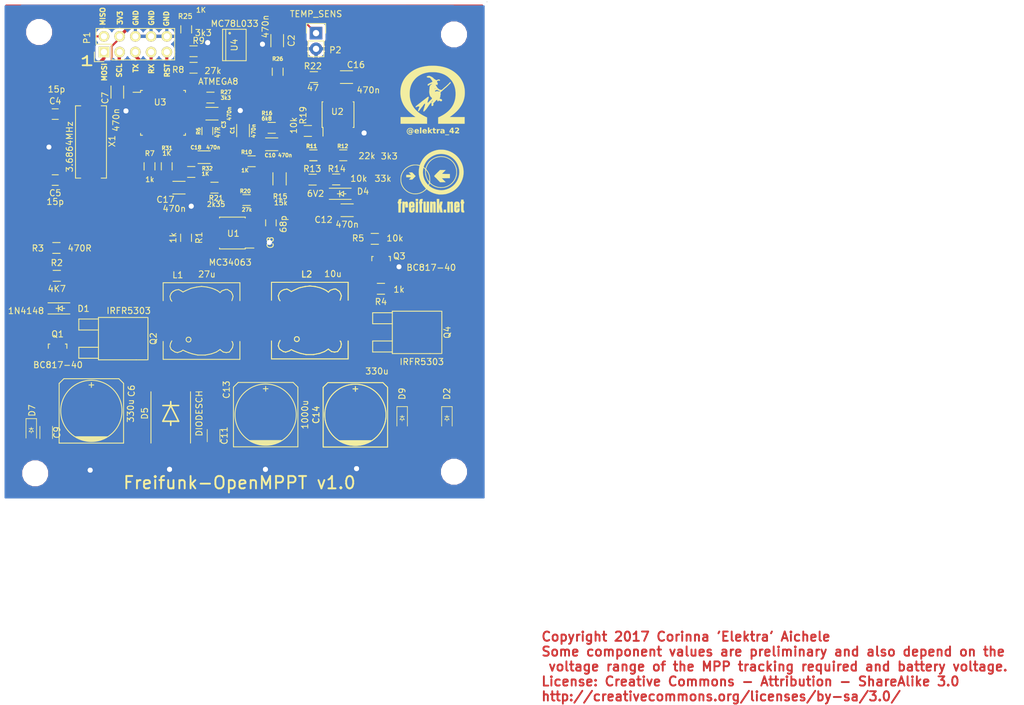
<source format=kicad_pcb>
(kicad_pcb (version 4) (host pcbnew 4.0.6-e0-6349~53~ubuntu16.04.1)
  (layers (0 F.Cu signal) (31 B.Cu power hide) (34 B.Paste user) (35 F.Paste user) (36 B.SilkS user) (37 F.SilkS user) (38 B.Mask user) (39 F.Mask user) (44 Edge.Cuts user))
  (net 0 "")
  (net 1 "Net-(C1-Pad1)")
  (net 2 GNDPWR)
  (net 3 +BATT)
  (net 4 "Net-(C3-Pad1)")
  (net 5 "Net-(C4-Pad2)")
  (net 6 "Net-(C5-Pad1)")
  (net 7 VCC)
  (net 8 +3.3V)
  (net 9 "Net-(C8-Pad1)")
  (net 10 "Net-(C10-Pad1)")
  (net 11 "Net-(C11-Pad1)")
  (net 12 "Net-(C12-Pad1)")
  (net 13 "Net-(D1-Pad1)")
  (net 14 "Net-(D1-Pad2)")
  (net 15 VAA)
  (net 16 "Net-(D5-Pad2)")
  (net 17 "Net-(P1-Pad1)")
  (net 18 "Net-(P1-Pad2)")
  (net 19 "Net-(P1-Pad3)")
  (net 20 "Net-(P1-Pad5)")
  (net 21 "Net-(P1-Pad9)")
  (net 22 "Net-(Q3-Pad1)")
  (net 23 "Net-(Q3-Pad3)")
  (net 24 "Net-(R1-Pad2)")
  (net 25 "Net-(R3-Pad2)")
  (net 26 "Net-(R7-Pad2)")
  (net 27 "Net-(R8-Pad2)")
  (net 28 "Net-(R11-Pad2)")
  (net 29 "Net-(R19-Pad1)")
  (net 30 "Net-(R26-Pad2)")
  (net 31 "Net-(C16-Pad1)")
  (net 32 "Net-(C17-Pad1)")
  (net 33 "Net-(C18-Pad1)")
  (net 34 "Net-(D4-Pad2)")
  (net 35 "Net-(P2-Pad1)")
  (net 36 "Net-(R19-Pad2)")
  (net 37 "Net-(R25-Pad1)")
  (net 38 "Net-(R31-Pad1)")
  (net 39 "Net-(P1-Pad7)")
  (module Capacitors_SMD:C_0805 (layer F.Cu) (at 138.049 100.965 90)
    (fp_text reference C8 (at -3.2004 -0.0762 270) (layer F.SilkS))
    (fp_text value 68p (at -0.2032 2.0066 90) (layer F.SilkS))
    (pad 1 smd rect (at -1 0 90) (size 1 1.25) (layers F.Cu F.Paste F.Mask) (net 9 "Net-(C8-Pad1)"))
    (pad 2 smd rect (at 1 0 90) (size 1 1.25) (layers F.Cu F.Paste F.Mask) (net 2 GNDPWR))
  )
  (module Capacitors_SMD:C_0805 (layer F.Cu) (at 103.1875 94.0435 180)
    (fp_text reference C5 (at 0 -2.1 180) (layer F.SilkS))
    (fp_text value 15p (at 0 -3.5052 180) (layer F.SilkS))
    (pad 1 smd rect (at -1 0 180) (size 1 1.25) (layers F.Cu F.Paste F.Mask) (net 6 "Net-(C5-Pad1)"))
    (pad 2 smd rect (at 1 0 180) (size 1 1.25) (layers F.Cu F.Paste F.Mask) (net 2 GNDPWR))
  )
  (module Capacitors_SMD:C_0805 (layer F.Cu) (at 103.1875 83.3755)
    (fp_text reference C4 (at 0 -2.1) (layer F.SilkS))
    (fp_text value 15p (at 0.2032 -4.0132) (layer F.SilkS))
    (pad 1 smd rect (at -1 0) (size 1 1.25) (layers F.Cu F.Paste F.Mask) (net 2 GNDPWR))
    (pad 2 smd rect (at 1 0) (size 1 1.25) (layers F.Cu F.Paste F.Mask) (net 5 "Net-(C4-Pad2)"))
  )
  (module Diodes_SMD:SOD-123 (layer F.Cu) (at 104.013 114.808)
    (fp_text reference D1 (at 3.7465 0.0381) (layer F.SilkS))
    (fp_text value 1N4148 (at -5.5499 0.3937) (layer F.SilkS))
    (pad 1 smd rect (at -1.635 0) (size 0.91 1.22) (layers F.Cu F.Paste F.Mask) (net 14 "Net-(D1-Pad2)"))
    (pad 2 smd rect (at 1.635 0) (size 0.91 1.22) (layers F.Cu F.Paste F.Mask) (net 13 "Net-(D1-Pad1)"))
  )
  (module Choke_SMD:Choke_SMD_12x12mm_h8mm (layer F.Cu) (at 126.8349 116.8527)
    (fp_text reference L1 (at -3.8354 -7.4422) (layer F.SilkS))
    (fp_text value 27u (at 0.8636 -7.5692) (layer F.SilkS))
    (pad 1 smd rect (at -4.95046 0) (size 2.90068 5.40004) (layers F.Cu F.Paste F.Mask) (net 16 "Net-(D5-Pad2)"))
    (pad 2 smd rect (at 4.95046 0) (size 2.90068 5.40004) (layers F.Cu F.Paste F.Mask) (net 11 "Net-(C11-Pad1)"))
  )
  (module Mounting_Holes:MountingHole_3.2mm_M3_DIN965 (layer F.Cu) (at 167.64 70.485)
    (fp_text reference "" (at 0.381 5.715) (layer F.SilkS))
    (fp_text value "")
    (pad 1 np_thru_hole circle (at 0 0) (size 3.2 3.2) (drill 3.2) (layers *.Cu *.Mask))
  )
  (module Power_Integrations:SO-8 (layer F.Cu) (at 132.1435 72.1995 270)
    (fp_text reference U4 (at 0 0 270) (layer F.SilkS))
    (fp_text value MC78L033 (at -3.4544 -0.0508 360) (layer F.SilkS))
    (pad 1 smd oval (at -1.905 2.794 270) (size 0.6096 1.4732) (layers F.Cu F.Paste F.Mask) (net 8 +3.3V))
    (pad 2 smd oval (at -0.635 2.794 270) (size 0.6096 1.4732) (layers F.Cu F.Paste F.Mask) (net 2 GNDPWR))
    (pad 3 smd oval (at 0.635 2.794 270) (size 0.6096 1.4732) (layers F.Cu F.Paste F.Mask) (net 2 GNDPWR))
    (pad 4 smd oval (at 1.905 2.794 270) (size 0.6096 1.4732) (layers F.Cu F.Paste F.Mask))
    (pad 5 smd oval (at 1.905 -2.794 270) (size 0.6096 1.4732) (layers F.Cu F.Paste F.Mask))
    (pad 6 smd oval (at 0.635 -2.794 270) (size 0.6096 1.4732) (layers F.Cu F.Paste F.Mask) (net 2 GNDPWR))
    (pad 7 smd oval (at -0.635 -2.794 270) (size 0.6096 1.4732) (layers F.Cu F.Paste F.Mask) (net 2 GNDPWR))
    (pad 8 smd oval (at -1.905 -2.794 270) (size 0.6096 1.4732) (layers F.Cu F.Paste F.Mask) (net 3 +BATT))
  )
  (module Resistors_SMD:R_0805 (layer F.Cu) (at 144.9832 77.3938)
    (fp_text reference R22 (at -0.1524 -1.778) (layer F.SilkS))
    (fp_text value 47 (at -0.1524 1.7272) (layer F.SilkS))
    (pad 1 smd rect (at -0.95 0) (size 0.7 1.3) (layers F.Cu F.Paste F.Mask) (net 7 VCC))
    (pad 2 smd rect (at 0.95 0) (size 0.7 1.3) (layers F.Cu F.Paste F.Mask) (net 31 "Net-(C16-Pad1)"))
  )
  (module Resistors_SMD:R_0805 (layer F.Cu) (at 128.9304 95.2754 180)
    (fp_text reference R21 (at -0.254 -1.6764 180) (layer F.SilkS) (effects (font (size 0.8 0.8))))
    (fp_text value 2k35 (at -0.254 -2.6924 180) (layer F.SilkS) (effects (font (size 0.8 0.8))))
    (pad 1 smd rect (at -0.95 0 180) (size 0.7 1.3) (layers F.Cu F.Paste F.Mask) (net 36 "Net-(R19-Pad2)"))
    (pad 2 smd rect (at 0.95 0 180) (size 0.7 1.3) (layers F.Cu F.Paste F.Mask) (net 2 GNDPWR))
  )
  (module Resistors_SMD:R_0805 (layer F.Cu) (at 144.907 90.043)
    (fp_text reference R11 (at -0.2794 -1.4732) (layer F.SilkS) (effects (font (size 0.6 0.6))))
    (fp_text value 22k hide)
    (pad 1 smd rect (at -0.95 0) (size 0.7 1.3) (layers F.Cu F.Paste F.Mask) (net 7 VCC))
    (pad 2 smd rect (at 0.95 0) (size 0.7 1.3) (layers F.Cu F.Paste F.Mask) (net 28 "Net-(R11-Pad2)"))
  )
  (module Pin_Headers:Pin_Header_Straight_2x05 (layer F.Cu) (at 111.0615 73.3425 90)
    (fp_text reference P1 (at 2.2987 -2.7559 90) (layer F.SilkS))
    (fp_text value "")
    (pad 1 thru_hole rect (at 0 0 90) (size 1.7272 1.7272) (drill 1.016) (layers *.Cu *.Mask F.SilkS) (net 17 "Net-(P1-Pad1)"))
    (pad 2 thru_hole oval (at 2.54 0 90) (size 1.7272 1.7272) (drill 1.016) (layers *.Cu *.Mask F.SilkS) (net 18 "Net-(P1-Pad2)"))
    (pad 3 thru_hole oval (at 0 2.54 90) (size 1.7272 1.7272) (drill 1.016) (layers *.Cu *.Mask F.SilkS) (net 19 "Net-(P1-Pad3)"))
    (pad 4 thru_hole oval (at 2.54 2.54 90) (size 1.7272 1.7272) (drill 1.016) (layers *.Cu *.Mask F.SilkS) (net 8 +3.3V))
    (pad 5 thru_hole oval (at 0 5.08 90) (size 1.7272 1.7272) (drill 1.016) (layers *.Cu *.Mask F.SilkS) (net 20 "Net-(P1-Pad5)"))
    (pad 6 thru_hole oval (at 2.54 5.08 90) (size 1.7272 1.7272) (drill 1.016) (layers *.Cu *.Mask F.SilkS) (net 2 GNDPWR))
    (pad 7 thru_hole oval (at 0 7.62 90) (size 1.7272 1.7272) (drill 1.016) (layers *.Cu *.Mask F.SilkS) (net 39 "Net-(P1-Pad7)"))
    (pad 8 thru_hole oval (at 2.54 7.62 90) (size 1.7272 1.7272) (drill 1.016) (layers *.Cu *.Mask F.SilkS) (net 2 GNDPWR))
    (pad 9 thru_hole oval (at 0 10.16 90) (size 1.7272 1.7272) (drill 1.016) (layers *.Cu *.Mask F.SilkS) (net 21 "Net-(P1-Pad9)"))
    (pad 10 thru_hole oval (at 2.54 10.16 90) (size 1.7272 1.7272) (drill 1.016) (layers *.Cu *.Mask F.SilkS) (net 2 GNDPWR))
  )
  (module Choke_SMD:Choke_SMD_12x12mm_h8mm (layer F.Cu) (at 144.3355 116.7765)
    (fp_text reference L2 (at -0.508 -7.493) (layer F.SilkS))
    (fp_text value "" (at 2.032 -7.747) (layer F.SilkS))
    (pad 1 smd rect (at -4.95046 0) (size 2.90068 5.40004) (layers F.Cu F.Paste F.Mask) (net 11 "Net-(C11-Pad1)"))
    (pad 2 smd rect (at 4.95046 0) (size 2.90068 5.40004) (layers F.Cu F.Paste F.Mask) (net 3 +BATT))
  )
  (module Capacitors_SMD:c_elec_10x10 (layer F.Cu) (at 151.7015 132.0165 90)
    (fp_text reference C14 (at 0 -6.35 90) (layer F.SilkS))
    (fp_text value 330u (at 7.0485 3.4925 180) (layer F.SilkS))
    (pad 1 smd rect (at 4.0005 0 90) (size 4.0005 2.4003) (layers F.Cu F.Paste F.Mask) (net 3 +BATT))
    (pad 2 smd rect (at -4.0005 0 90) (size 4.0005 2.4003) (layers F.Cu F.Paste F.Mask) (net 2 GNDPWR))
  )
  (module Housings_SOIC:SOIC-8_3.9x4.9mm_Pitch1.27mm (layer F.Cu) (at 131.826 102.616 180)
    (fp_text reference U1 (at -0.1524 -0.0762 180) (layer F.SilkS))
    (fp_text value MC34063 (at 0.3556 -4.7498 180) (layer F.SilkS))
    (pad 1 smd rect (at -2.7 -1.905 180) (size 1.55 0.6) (layers F.Cu F.Paste F.Mask) (net 25 "Net-(R3-Pad2)"))
    (pad 2 smd rect (at -2.7 -0.635 180) (size 1.55 0.6) (layers F.Cu F.Paste F.Mask) (net 2 GNDPWR))
    (pad 3 smd rect (at -2.7 0.635 180) (size 1.55 0.6) (layers F.Cu F.Paste F.Mask) (net 9 "Net-(C8-Pad1)"))
    (pad 4 smd rect (at -2.7 1.905 180) (size 1.55 0.6) (layers F.Cu F.Paste F.Mask) (net 2 GNDPWR))
    (pad 5 smd rect (at 2.7 1.905 180) (size 1.55 0.6) (layers F.Cu F.Paste F.Mask) (net 36 "Net-(R19-Pad2)"))
    (pad 6 smd rect (at 2.7 0.635 180) (size 1.55 0.6) (layers F.Cu F.Paste F.Mask) (net 7 VCC))
    (pad 7 smd rect (at 2.7 -0.635 180) (size 1.55 0.6) (layers F.Cu F.Paste F.Mask) (net 7 VCC))
    (pad 8 smd rect (at 2.7 -1.905 180) (size 1.55 0.6) (layers F.Cu F.Paste F.Mask) (net 24 "Net-(R1-Pad2)"))
  )
  (module Capacitors_SMD:c_elec_10x10 (layer F.Cu) (at 109.0295 131.3815 90)
    (fp_text reference C6 (at 3.2385 6.4897 90) (layer F.SilkS))
    (fp_text value 330u (at 0 6.35 90) (layer F.SilkS))
    (pad 1 smd rect (at 4.0005 0 90) (size 4.0005 2.4003) (layers F.Cu F.Paste F.Mask) (net 7 VCC))
    (pad 2 smd rect (at -4.0005 0 90) (size 4.0005 2.4003) (layers F.Cu F.Paste F.Mask) (net 2 GNDPWR))
  )
  (module Capacitors_SMD:c_elec_10x10 (layer F.Cu) (at 137.1981 131.9911 90)
    (fp_text reference C13 (at 4.0386 -6.3246 90) (layer F.SilkS))
    (fp_text value 1000u (at 0 6.35 90) (layer F.SilkS))
    (pad 1 smd rect (at 4.0005 0 90) (size 4.0005 2.4003) (layers F.Cu F.Paste F.Mask) (net 11 "Net-(C11-Pad1)"))
    (pad 2 smd rect (at -4.0005 0 90) (size 4.0005 2.4003) (layers F.Cu F.Paste F.Mask) (net 2 GNDPWR))
  )
  (module Capacitors_SMD:c_elec_10x10 (layer F.Cu) (at 151.7015 132.0165 90)
    (fp_text reference C14 (at 0 -6.35 90) (layer F.SilkS))
    (fp_text value "" hide)
    (pad 1 smd rect (at 4.0005 0 90) (size 4.0005 2.4003) (layers F.Cu F.Paste F.Mask) (net 3 +BATT))
    (pad 2 smd rect (at -4.0005 0 90) (size 4.0005 2.4003) (layers F.Cu F.Paste F.Mask) (net 2 GNDPWR))
  )
  (module Diodes_SMD:SOD-123 (layer F.Cu) (at 149.479 96.266)
    (fp_text reference D4 (at 3.4544 -0.381) (layer F.SilkS))
    (fp_text value 6V2 (at -4.2164 -0.0254) (layer F.SilkS))
    (pad 1 smd rect (at -1.635 0) (size 0.91 1.22) (layers F.Cu F.Paste F.Mask) (net 34 "Net-(D4-Pad2)"))
    (pad 2 smd rect (at 1.635 0) (size 0.91 1.22) (layers F.Cu F.Paste F.Mask) (net 2 GNDPWR))
  )
  (module Choke_SMD:Choke_SMD_12x12mm_h8mm (layer F.Cu) (at 144.3355 116.7765)
    (fp_text reference L2 (at -0.508 -7.493) (layer F.SilkS))
    (fp_text value 10u (at 3.7465 -7.5565) (layer F.SilkS))
    (pad 1 smd rect (at -4.95046 0) (size 2.90068 5.40004) (layers F.Cu F.Paste F.Mask) (net 11 "Net-(C11-Pad1)"))
    (pad 2 smd rect (at 4.95046 0) (size 2.90068 5.40004) (layers F.Cu F.Paste F.Mask) (net 3 +BATT))
  )
  (module TO_SOT_Packages_SMD:SOT-23 (layer F.Cu) (at 103.5685 121.2215)
    (fp_text reference Q1 (at 0 -2.25) (layer F.SilkS))
    (fp_text value BC817-40 (at 0.0635 2.7305) (layer F.SilkS))
    (pad 1 smd rect (at -0.95 1.00076) (size 0.8001 0.8001) (layers F.Cu F.Paste F.Mask) (net 14 "Net-(D1-Pad2)"))
    (pad 2 smd rect (at 0.95 1.00076) (size 0.8001 0.8001) (layers F.Cu F.Paste F.Mask) (net 13 "Net-(D1-Pad1)"))
    (pad 3 smd rect (at 0 -0.99822) (size 0.8001 0.8001) (layers F.Cu F.Paste F.Mask) (net 7 VCC))
  )
  (module TO_SOT_Packages_SMD:TO-252-2Lead (layer F.Cu) (at 108.6485 119.6975 270)
    (fp_text reference Q2 (at 0 -10.414 270) (layer F.SilkS))
    (fp_text value IRFR5303 (at -4.5085 -6.4135 360) (layer F.SilkS))
    (pad 1 smd rect (at -2.286 0 270) (size 1.651 3.048) (layers F.Cu F.Paste F.Mask) (net 13 "Net-(D1-Pad1)"))
    (pad 2 smd rect (at 0 -6.35 270) (size 6.096 6.096) (layers F.Cu F.Paste F.Mask) (net 16 "Net-(D5-Pad2)"))
    (pad 3 smd rect (at 2.286 0 270) (size 1.651 3.048) (layers F.Cu F.Paste F.Mask) (net 7 VCC))
  )
  (module TO_SOT_Packages_SMD:SOT-23 (layer F.Cu) (at 155.8544 107.061)
    (fp_text reference Q3 (at 2.9464 -0.7112) (layer F.SilkS))
    (fp_text value BC817-40 (at 8.1026 1.143) (layer F.SilkS))
    (pad 1 smd rect (at -0.95 1.00076) (size 0.8001 0.8001) (layers F.Cu F.Paste F.Mask) (net 22 "Net-(Q3-Pad1)"))
    (pad 2 smd rect (at 0.95 1.00076) (size 0.8001 0.8001) (layers F.Cu F.Paste F.Mask) (net 2 GNDPWR))
    (pad 3 smd rect (at 0 -0.99822) (size 0.8001 0.8001) (layers F.Cu F.Paste F.Mask) (net 23 "Net-(Q3-Pad3)"))
  )
  (module TO_SOT_Packages_SMD:TO-252-2Lead (layer F.Cu) (at 156.1465 118.6815 270)
    (fp_text reference Q4 (at 0 -10.414 270) (layer F.SilkS))
    (fp_text value IRFR5303 (at 4.7625 -6.2865 360) (layer F.SilkS))
    (pad 1 smd rect (at -2.286 0 270) (size 1.651 3.048) (layers F.Cu F.Paste F.Mask) (net 23 "Net-(Q3-Pad3)"))
    (pad 2 smd rect (at 0 -6.35 270) (size 6.096 6.096) (layers F.Cu F.Paste F.Mask) (net 15 VAA))
    (pad 3 smd rect (at 2.286 0 270) (size 1.651 3.048) (layers F.Cu F.Paste F.Mask) (net 3 +BATT))
  )
  (module Resistors_SMD:R_0805 (layer F.Cu) (at 124.333 103.378 270)
    (fp_text reference R1 (at 0 -2.1 270) (layer F.SilkS))
    (fp_text value 1k (at 0 2.1 270) (layer F.SilkS))
    (pad 1 smd rect (at -0.95 0 270) (size 0.7 1.3) (layers F.Cu F.Paste F.Mask) (net 7 VCC))
    (pad 2 smd rect (at 0.95 0 270) (size 0.7 1.3) (layers F.Cu F.Paste F.Mask) (net 24 "Net-(R1-Pad2)"))
  )
  (module Resistors_SMD:R_0805 (layer F.Cu) (at 103.4415 109.5375)
    (fp_text reference R2 (at 0 -2.1) (layer F.SilkS))
    (fp_text value 4K7 (at 0 2.1) (layer F.SilkS))
    (pad 1 smd rect (at -0.95 0) (size 0.7 1.3) (layers F.Cu F.Paste F.Mask) (net 14 "Net-(D1-Pad2)"))
    (pad 2 smd rect (at 0.95 0) (size 0.7 1.3) (layers F.Cu F.Paste F.Mask) (net 7 VCC))
  )
  (module Resistors_SMD:R_0805 (layer F.Cu) (at 103.378 105.029)
    (fp_text reference R3 (at -2.9972 0.0508) (layer F.SilkS))
    (fp_text value 470R (at 3.7592 0.0508) (layer F.SilkS))
    (pad 1 smd rect (at -0.95 0) (size 0.7 1.3) (layers F.Cu F.Paste F.Mask) (net 14 "Net-(D1-Pad2)"))
    (pad 2 smd rect (at 0.95 0) (size 0.7 1.3) (layers F.Cu F.Paste F.Mask) (net 25 "Net-(R3-Pad2)"))
  )
  (module Resistors_SMD:R_0805 (layer F.Cu) (at 155.829 111.633 180)
    (fp_text reference R4 (at 0 -2.1 180) (layer F.SilkS))
    (fp_text value 1k (at -2.921 -0.1016 180) (layer F.SilkS))
    (pad 1 smd rect (at -0.95 0 180) (size 0.7 1.3) (layers F.Cu F.Paste F.Mask) (net 2 GNDPWR))
    (pad 2 smd rect (at 0.95 0 180) (size 0.7 1.3) (layers F.Cu F.Paste F.Mask) (net 22 "Net-(Q3-Pad1)"))
  )
  (module Resistors_SMD:R_0805 (layer F.Cu) (at 154.8384 103.5558)
    (fp_text reference R5 (at -2.6924 -0.1016) (layer F.SilkS))
    (fp_text value 10k (at 3.2512 -0.1016) (layer F.SilkS))
    (pad 1 smd rect (at -0.95 0) (size 0.7 1.3) (layers F.Cu F.Paste F.Mask) (net 3 +BATT))
    (pad 2 smd rect (at 0.95 0) (size 0.7 1.3) (layers F.Cu F.Paste F.Mask) (net 23 "Net-(Q3-Pad3)"))
  )
  (module Resistors_SMD:R_0805 (layer F.Cu) (at 127.7747 86.1187 90)
    (fp_text reference R6 (at -0.0127 -1.4351 90) (layer F.SilkS) (effects (font (size 0.6 0.6))))
    (fp_text value 47R (at -0.2159 1.6637 90) (layer F.SilkS) (effects (font (size 0.8 0.6))))
    (pad 1 smd rect (at -0.95 0 90) (size 0.7 1.3) (layers F.Cu F.Paste F.Mask) (net 8 +3.3V))
    (pad 2 smd rect (at 0.95 0 90) (size 0.7 1.3) (layers F.Cu F.Paste F.Mask) (net 1 "Net-(C1-Pad1)"))
  )
  (module Resistors_SMD:R_0805 (layer F.Cu) (at 118.4275 91.8235 90)
    (fp_text reference R7 (at 2.0853 0.0381 180) (layer F.SilkS) (effects (font (size 0.8 0.8))))
    (fp_text value 1k (at -2.1311 0.0381 180) (layer F.SilkS) (effects (font (size 0.8 0.8))))
    (pad 1 smd rect (at -0.95 0 90) (size 0.7 1.3) (layers F.Cu F.Paste F.Mask) (net 22 "Net-(Q3-Pad1)"))
    (pad 2 smd rect (at 0.95 0 90) (size 0.7 1.3) (layers F.Cu F.Paste F.Mask) (net 26 "Net-(R7-Pad2)"))
  )
  (module Resistors_SMD:R_0805 (layer F.Cu) (at 125.5395 75.8825 180)
    (fp_text reference R8 (at 2.4765 -0.3175 180) (layer F.SilkS))
    (fp_text value 27k (at -3.1369 -0.4953 180) (layer F.SilkS))
    (pad 1 smd rect (at -0.95 0 180) (size 0.7 1.3) (layers F.Cu F.Paste F.Mask) (net 7 VCC))
    (pad 2 smd rect (at 0.95 0 180) (size 0.7 1.3) (layers F.Cu F.Paste F.Mask) (net 27 "Net-(R8-Pad2)"))
  )
  (module Resistors_SMD:R_0805 (layer F.Cu) (at 125.5395 73.2155)
    (fp_text reference R9 (at 0.8255 -1.7145) (layer F.SilkS))
    (fp_text value 3k3 (at 1.5875 -2.9845) (layer F.SilkS))
    (pad 1 smd rect (at -0.95 0) (size 0.7 1.3) (layers F.Cu F.Paste F.Mask) (net 27 "Net-(R8-Pad2)"))
    (pad 2 smd rect (at 0.95 0) (size 0.7 1.3) (layers F.Cu F.Paste F.Mask) (net 2 GNDPWR))
  )
  (module Resistors_SMD:R_0805 (layer F.Cu) (at 134.9248 91.0082)
    (fp_text reference R10 (at -0.8128 -1.4732) (layer F.SilkS) (effects (font (size 0.6 0.6))))
    (fp_text value 1K (at -1.0668 1.4732) (layer F.SilkS) (effects (font (size 0.6 0.6))))
    (pad 1 smd rect (at -0.95 0) (size 0.7 1.3) (layers F.Cu F.Paste F.Mask) (net 33 "Net-(C18-Pad1)"))
    (pad 2 smd rect (at 0.95 0) (size 0.7 1.3) (layers F.Cu F.Paste F.Mask) (net 10 "Net-(C10-Pad1)"))
  )
  (module Resistors_SMD:R_0805 (layer F.Cu) (at 144.907 90.043)
    (fp_text reference R11 (at -0.2794 -1.4732) (layer F.SilkS) (effects (font (size 0.6 0.6))))
    (fp_text value 22k (at 8.6614 0.1016) (layer F.SilkS))
    (pad 1 smd rect (at -0.95 0) (size 0.7 1.3) (layers F.Cu F.Paste F.Mask) (net 7 VCC))
    (pad 2 smd rect (at 0.95 0) (size 0.7 1.3) (layers F.Cu F.Paste F.Mask) (net 28 "Net-(R11-Pad2)"))
  )
  (module Resistors_SMD:R_0805 (layer F.Cu) (at 149.733 90.043)
    (fp_text reference R12 (at -0.0762 -1.4732) (layer F.SilkS) (effects (font (size 0.6 0.6))))
    (fp_text value 3k3 (at 7.4422 0.1524) (layer F.SilkS))
    (pad 1 smd rect (at -0.95 0) (size 0.7 1.3) (layers F.Cu F.Paste F.Mask) (net 28 "Net-(R11-Pad2)"))
    (pad 2 smd rect (at 0.95 0) (size 0.7 1.3) (layers F.Cu F.Paste F.Mask) (net 2 GNDPWR))
  )
  (module Resistors_SMD:R_0805 (layer F.Cu) (at 144.78 93.98)
    (fp_text reference R13 (at -0.0508 -1.7526) (layer F.SilkS))
    (fp_text value 10k (at 7.4676 -0.1778) (layer F.SilkS))
    (pad 1 smd rect (at -0.95 0) (size 0.7 1.3) (layers F.Cu F.Paste F.Mask) (net 7 VCC))
    (pad 2 smd rect (at 0.95 0) (size 0.7 1.3) (layers F.Cu F.Paste F.Mask) (net 34 "Net-(D4-Pad2)"))
  )
  (module Resistors_SMD:R_0805 (layer F.Cu) (at 148.59 93.9546 180)
    (fp_text reference R14 (at -0.1016 1.7272 180) (layer F.SilkS))
    (fp_text value 33k (at -7.5692 0.1524 180) (layer F.SilkS))
    (pad 1 smd rect (at -0.95 0 180) (size 0.7 1.3) (layers F.Cu F.Paste F.Mask) (net 12 "Net-(C12-Pad1)"))
    (pad 2 smd rect (at 0.95 0 180) (size 0.7 1.3) (layers F.Cu F.Paste F.Mask) (net 34 "Net-(D4-Pad2)"))
  )
  (module Resistors_SMD:R_0805 (layer F.Cu) (at 138.176 85.598 180)
    (fp_text reference R16 (at 0.762 2.3622 180) (layer F.SilkS) (effects (font (size 0.6 0.6))))
    (fp_text value 6k8 (at 0.8128 1.4986 180) (layer F.SilkS) (effects (font (size 0.6 0.6))))
    (pad 1 smd rect (at -0.95 0 180) (size 0.7 1.3) (layers F.Cu F.Paste F.Mask) (net 10 "Net-(C10-Pad1)"))
    (pad 2 smd rect (at 0.95 0 180) (size 0.7 1.3) (layers F.Cu F.Paste F.Mask) (net 2 GNDPWR))
  )
  (module Resistors_SMD:R_0805 (layer F.Cu) (at 144.018 86.106 180)
    (fp_text reference R19 (at 0.762 2.54 270) (layer F.SilkS))
    (fp_text value 10k (at 2.286 0.889 270) (layer F.SilkS))
    (pad 1 smd rect (at -0.95 0 180) (size 0.7 1.3) (layers F.Cu F.Paste F.Mask) (net 29 "Net-(R19-Pad1)"))
    (pad 2 smd rect (at 0.95 0 180) (size 0.7 1.3) (layers F.Cu F.Paste F.Mask) (net 36 "Net-(R19-Pad2)"))
  )
  (module Resistors_SMD:R_0805 (layer F.Cu) (at 134.112 97.282 180)
    (fp_text reference R20 (at 0.2032 1.4478 180) (layer F.SilkS) (effects (font (size 0.6 0.6))))
    (fp_text value 27k (at -0.0508 -1.5494 180) (layer F.SilkS) (effects (font (size 0.6 0.6))))
    (pad 1 smd rect (at -0.95 0 180) (size 0.7 1.3) (layers F.Cu F.Paste F.Mask) (net 11 "Net-(C11-Pad1)"))
    (pad 2 smd rect (at 0.95 0 180) (size 0.7 1.3) (layers F.Cu F.Paste F.Mask) (net 36 "Net-(R19-Pad2)"))
  )
  (module Resistors_SMD:R_0805 (layer F.Cu) (at 124.3584 69.6722 90)
    (fp_text reference R25 (at 2.1082 -0.1524 180) (layer F.SilkS) (effects (font (size 0.8 0.8))))
    (fp_text value 1K (at 3.1242 2.3876 180) (layer F.SilkS) (effects (font (size 0.8 0.8))))
    (pad 1 smd rect (at -0.95 0 90) (size 0.7 1.3) (layers F.Cu F.Paste F.Mask) (net 37 "Net-(R25-Pad1)"))
    (pad 2 smd rect (at 0.95 0 90) (size 0.7 1.3) (layers F.Cu F.Paste F.Mask) (net 35 "Net-(P2-Pad1)"))
  )
  (module Resistors_SMD:R_0805 (layer F.Cu) (at 139.1412 76.5302 270)
    (fp_text reference R26 (at -2.0828 0 360) (layer F.SilkS) (effects (font (size 0.6 0.6))))
    (fp_text value 15k)
    (pad 1 smd rect (at -0.95 0 270) (size 0.7 1.3) (layers F.Cu F.Paste F.Mask) (net 3 +BATT))
    (pad 2 smd rect (at 0.95 0 270) (size 0.7 1.3) (layers F.Cu F.Paste F.Mask) (net 30 "Net-(R26-Pad2)"))
  )
  (module Resistors_SMD:R_0805 (layer F.Cu) (at 128.2725 80.7085)
    (fp_text reference R27 (at 2.4867 -0.8763) (layer F.SilkS) (effects (font (size 0.6 0.6))))
    (fp_text value 3k3 (at 2.4867 0.0381) (layer F.SilkS) (effects (font (size 0.6 0.6))))
    (pad 1 smd rect (at -0.95 0) (size 0.7 1.3) (layers F.Cu F.Paste F.Mask) (net 30 "Net-(R26-Pad2)"))
    (pad 2 smd rect (at 0.95 0) (size 0.7 1.3) (layers F.Cu F.Paste F.Mask) (net 2 GNDPWR))
  )
  (module Housings_SOIC:SOIC-8-1EP_3.9x4.9mm_Pitch1.27mm (layer F.Cu) (at 148.8948 83.4644 90)
    (fp_text reference U2 (at 0.4826 -0.1016 180) (layer F.SilkS))
    (fp_text value TL081)
    (pad 1 smd rect (at -2.7 -1.905 90) (size 1.55 0.6) (layers F.Cu F.Paste F.Mask))
    (pad 2 smd rect (at -2.7 -0.635 90) (size 1.55 0.6) (layers F.Cu F.Paste F.Mask) (net 28 "Net-(R11-Pad2)"))
    (pad 3 smd rect (at -2.7 0.635 90) (size 1.55 0.6) (layers F.Cu F.Paste F.Mask) (net 12 "Net-(C12-Pad1)"))
    (pad 4 smd rect (at -2.7 1.905 90) (size 1.55 0.6) (layers F.Cu F.Paste F.Mask) (net 2 GNDPWR))
    (pad 5 smd rect (at 2.7 1.905 90) (size 1.55 0.6) (layers F.Cu F.Paste F.Mask))
    (pad 6 smd rect (at 2.7 0.635 90) (size 1.55 0.6) (layers F.Cu F.Paste F.Mask) (net 29 "Net-(R19-Pad1)"))
    (pad 7 smd rect (at 2.7 -0.635 90) (size 1.55 0.6) (layers F.Cu F.Paste F.Mask) (net 31 "Net-(C16-Pad1)"))
    (pad 8 smd rect (at 2.7 -1.905 90) (size 1.55 0.6) (layers F.Cu F.Paste F.Mask))
  )
  (module Housings_QFP:LQFP-32_7x7mm_Pitch0.8mm (layer F.Cu) (at 120.6119 83.1723)
    (fp_text reference U3 (at -0.4699 -1.7145) (layer F.SilkS))
    (fp_text value ATMEGA8 (at 8.9281 -5.0673) (layer F.SilkS))
    (pad 1 smd rect (at -4.25 -2.8) (size 1.2 0.55) (layers F.Cu F.Paste F.Mask))
    (pad 2 smd rect (at -4.25 -2) (size 1.2 0.55) (layers F.Cu F.Paste F.Mask))
    (pad 3 smd rect (at -4.25 -1.2) (size 1.2 0.55) (layers F.Cu F.Paste F.Mask) (net 2 GNDPWR))
    (pad 4 smd rect (at -4.25 -0.4) (size 1.2 0.55) (layers F.Cu F.Paste F.Mask) (net 8 +3.3V))
    (pad 5 smd rect (at -4.25 0.4) (size 1.2 0.55) (layers F.Cu F.Paste F.Mask) (net 2 GNDPWR))
    (pad 6 smd rect (at -4.25 1.2) (size 1.2 0.55) (layers F.Cu F.Paste F.Mask) (net 8 +3.3V))
    (pad 7 smd rect (at -4.25 2) (size 1.2 0.55) (layers F.Cu F.Paste F.Mask) (net 5 "Net-(C4-Pad2)"))
    (pad 8 smd rect (at -4.25 2.8) (size 1.2 0.55) (layers F.Cu F.Paste F.Mask) (net 6 "Net-(C5-Pad1)"))
    (pad 9 smd rect (at -2.8 4.25 90) (size 1.2 0.55) (layers F.Cu F.Paste F.Mask))
    (pad 10 smd rect (at -2 4.25 90) (size 1.2 0.55) (layers F.Cu F.Paste F.Mask))
    (pad 11 smd rect (at -1.2 4.25 90) (size 1.2 0.55) (layers F.Cu F.Paste F.Mask) (net 26 "Net-(R7-Pad2)"))
    (pad 12 smd rect (at -0.4 4.25 90) (size 1.2 0.55) (layers F.Cu F.Paste F.Mask))
    (pad 13 smd rect (at 0.4 4.25 90) (size 1.2 0.55) (layers F.Cu F.Paste F.Mask) (net 38 "Net-(R31-Pad1)"))
    (pad 14 smd rect (at 1.2 4.25 90) (size 1.2 0.55) (layers F.Cu F.Paste F.Mask))
    (pad 15 smd rect (at 2 4.25 90) (size 1.2 0.55) (layers F.Cu F.Paste F.Mask) (net 17 "Net-(P1-Pad1)"))
    (pad 16 smd rect (at 2.8 4.25 90) (size 1.2 0.55) (layers F.Cu F.Paste F.Mask) (net 18 "Net-(P1-Pad2)"))
    (pad 17 smd rect (at 4.25 2.8) (size 1.2 0.55) (layers F.Cu F.Paste F.Mask) (net 19 "Net-(P1-Pad3)"))
    (pad 18 smd rect (at 4.25 2) (size 1.2 0.55) (layers F.Cu F.Paste F.Mask) (net 1 "Net-(C1-Pad1)"))
    (pad 19 smd rect (at 4.25 1.2) (size 1.2 0.55) (layers F.Cu F.Paste F.Mask))
    (pad 20 smd rect (at 4.25 0.4) (size 1.2 0.55) (layers F.Cu F.Paste F.Mask) (net 4 "Net-(C3-Pad1)"))
    (pad 21 smd rect (at 4.25 -0.4) (size 1.2 0.55) (layers F.Cu F.Paste F.Mask) (net 2 GNDPWR))
    (pad 22 smd rect (at 4.25 -1.2) (size 1.2 0.55) (layers F.Cu F.Paste F.Mask))
    (pad 23 smd rect (at 4.25 -2) (size 1.2 0.55) (layers F.Cu F.Paste F.Mask) (net 30 "Net-(R26-Pad2)"))
    (pad 24 smd rect (at 4.25 -2.8) (size 1.2 0.55) (layers F.Cu F.Paste F.Mask))
    (pad 25 smd rect (at 2.8 -4.25 90) (size 1.2 0.55) (layers F.Cu F.Paste F.Mask) (net 27 "Net-(R8-Pad2)"))
    (pad 26 smd rect (at 2 -4.25 90) (size 1.2 0.55) (layers F.Cu F.Paste F.Mask) (net 37 "Net-(R25-Pad1)"))
    (pad 27 smd rect (at 1.2 -4.25 90) (size 1.2 0.55) (layers F.Cu F.Paste F.Mask))
    (pad 28 smd rect (at 0.4 -4.25 90) (size 1.2 0.55) (layers F.Cu F.Paste F.Mask))
    (pad 29 smd rect (at -0.4 -4.25 90) (size 1.2 0.55) (layers F.Cu F.Paste F.Mask) (net 21 "Net-(P1-Pad9)"))
    (pad 30 smd rect (at -1.2 -4.25 90) (size 1.2 0.55) (layers F.Cu F.Paste F.Mask) (net 39 "Net-(P1-Pad7)"))
    (pad 31 smd rect (at -2 -4.25 90) (size 1.2 0.55) (layers F.Cu F.Paste F.Mask) (net 20 "Net-(P1-Pad5)"))
    (pad 32 smd rect (at -2.8 -4.25 90) (size 1.2 0.55) (layers F.Cu F.Paste F.Mask))
  )
  (module Crystals:Crystal_HC49-SD_SMD (layer F.Cu) (at 108.966 87.884 270)
    (fp_text reference X1 (at -0.127 -3.4036 270) (layer F.SilkS))
    (fp_text value 3.6864MHz (at 0.7874 3.4544 270) (layer F.SilkS))
    (pad 1 smd rect (at -4.84886 0 270) (size 5.6007 2.10058) (layers F.Cu F.Paste F.Mask) (net 5 "Net-(C4-Pad2)"))
    (pad 2 smd rect (at 4.84886 0 270) (size 5.6007 2.10058) (layers F.Cu F.Paste F.Mask) (net 6 "Net-(C5-Pad1)"))
  )
  (module Capacitors_SMD:C_1206_HandSoldering (layer F.Cu) (at 150.2664 77.3938)
    (fp_text reference C16 (at 1.524 -1.9812) (layer F.SilkS))
    (fp_text value 470n (at 3.5306 2.1082) (layer F.SilkS))
    (pad 1 smd rect (at -2 0) (size 2 1.6) (layers F.Cu F.Paste F.Mask) (net 31 "Net-(C16-Pad1)"))
    (pad 2 smd rect (at 2 0) (size 2 1.6) (layers F.Cu F.Paste F.Mask) (net 2 GNDPWR))
  )
  (module Capacitors_SMD:C_1206_HandSoldering (layer F.Cu) (at 123.19 95.2754)
    (fp_text reference C17 (at -2.1844 1.9304) (layer F.SilkS))
    (fp_text value 470n (at -0.762 3.4036) (layer F.SilkS))
    (pad 1 smd rect (at -2 0) (size 2 1.6) (layers F.Cu F.Paste F.Mask) (net 32 "Net-(C17-Pad1)"))
    (pad 2 smd rect (at 2 0) (size 2 1.6) (layers F.Cu F.Paste F.Mask) (net 2 GNDPWR))
  )
  (module Capacitors_SMD:C_1206_HandSoldering (layer F.Cu) (at 127.254 90.3478 180)
    (fp_text reference C18 (at 1.3208 1.5748 180) (layer F.SilkS) (effects (font (size 0.6 0.6))))
    (fp_text value 470n (at -1.4732 1.5748 180) (layer F.SilkS) (effects (font (size 0.6 0.6))))
    (pad 1 smd rect (at -2 0 180) (size 2 1.6) (layers F.Cu F.Paste F.Mask) (net 33 "Net-(C18-Pad1)"))
    (pad 2 smd rect (at 2 0 180) (size 2 1.6) (layers F.Cu F.Paste F.Mask) (net 2 GNDPWR))
  )
  (module Pin_Headers:Pin_Header_Straight_1x02 (layer F.Cu) (at 145.3388 70.2818)
    (fp_text reference P2 (at 3.1242 2.7432) (layer F.SilkS))
    (fp_text value TEMP_SENS (at 0 -3.1) (layer F.SilkS))
    (pad 1 thru_hole rect (at 0 0) (size 2.032 2.032) (drill 1.016) (layers *.Cu *.Mask) (net 35 "Net-(P2-Pad1)"))
    (pad 2 thru_hole oval (at 0 2.54) (size 2.032 2.032) (drill 1.016) (layers *.Cu *.Mask) (net 2 GNDPWR))
  )
  (module Resistors_SMD:R_0805 (layer F.Cu) (at 121.2088 91.821 270)
    (fp_text reference R31 (at -2.9464 -0.0508 360) (layer F.SilkS) (effects (font (size 0.6 0.6))))
    (fp_text value 1K (at -2.0828 0 360) (layer F.SilkS) (effects (font (size 0.7 0.7))))
    (pad 1 smd rect (at -0.95 0 270) (size 0.7 1.3) (layers F.Cu F.Paste F.Mask) (net 38 "Net-(R31-Pad1)"))
    (pad 2 smd rect (at 0.95 0 270) (size 0.7 1.3) (layers F.Cu F.Paste F.Mask) (net 32 "Net-(C17-Pad1)"))
  )
  (module Resistors_SMD:R_0805 (layer F.Cu) (at 125.1712 92.7354)
    (fp_text reference R32 (at 2.5908 -0.5588) (layer F.SilkS) (effects (font (size 0.6 0.6))))
    (fp_text value 1K (at 2.286 0.3048) (layer F.SilkS) (effects (font (size 0.6 0.6))))
    (pad 1 smd rect (at -0.95 0) (size 0.7 1.3) (layers F.Cu F.Paste F.Mask) (net 32 "Net-(C17-Pad1)"))
    (pad 2 smd rect (at 0.95 0) (size 0.7 1.3) (layers F.Cu F.Paste F.Mask) (net 33 "Net-(C18-Pad1)"))
  )
  (module Resistors_SMD:R_1206 (layer F.Cu) (at 139.446 93.853 270)
    (fp_text reference R15 (at 2.8448 -0.1016 360) (layer F.SilkS) (effects (font (size 0.8 0.8))))
    (fp_text value 15k (at 3.8608 -0.2032 360) (layer F.SilkS) (effects (font (size 0.8 0.8))))
    (pad 1 smd rect (at -1.45 0 270) (size 0.9 1.7) (layers F.Cu F.Paste F.Mask) (net 10 "Net-(C10-Pad1)"))
    (pad 2 smd rect (at 1.45 0 270) (size 0.9 1.7) (layers F.Cu F.Paste F.Mask) (net 12 "Net-(C12-Pad1)"))
  )
  (module Mounting_Holes:MountingHole_3.2mm_M3_DIN965 (layer F.Cu) (at 100.584 70.104)
    (fp_text reference "" (at -0.889 3.937) (layer F.SilkS))
    (fp_text value "")
    (pad 1 np_thru_hole circle (at 0 0) (size 3.2 3.2) (drill 3.2) (layers *.Cu *.Mask))
  )
  (module Mounting_Holes:MountingHole_3.2mm_M3_DIN965 (layer F.Cu) (at 167.64 141.224)
    (fp_text reference "" (at 0 -3.8) (layer F.SilkS))
    (fp_text value "")
    (pad 1 np_thru_hole circle (at 0 0) (size 3.2 3.2) (drill 3.2) (layers *.Cu *.Mask))
  )
  (module Mounting_Holes:MountingHole_3.2mm_M3_DIN965 (layer F.Cu) (at 99.949 141.478)
    (fp_text reference "" (at 0 -3.8) (layer F.SilkS))
    (fp_text value "")
    (pad 1 np_thru_hole circle (at 0 0) (size 3.2 3.2) (drill 3.2) (layers *.Cu *.Mask))
  )
  (module Capacitors_SMD:C_1206 (layer F.Cu) (at 113.2205 79.8195 90)
    (fp_text reference C7 (at -0.9525 -1.9685 90) (layer F.SilkS))
    (fp_text value 470n (at -4.5085 -0.1905 90) (layer F.SilkS))
    (pad 1 smd rect (at -1.5 0 90) (size 1 1.6) (layers F.Cu F.Paste F.Mask) (net 8 +3.3V))
    (pad 2 smd rect (at 1.5 0 90) (size 1 1.6) (layers F.Cu F.Paste F.Mask) (net 2 GNDPWR))
  )
  (module Capacitors_SMD:C_1206 (layer F.Cu) (at 139.065 71.501 270)
    (fp_text reference C2 (at 0 -2.3 270) (layer F.SilkS))
    (fp_text value 470n (at -2.286 1.905 270) (layer F.SilkS))
    (pad 1 smd rect (at -1.5 0 270) (size 1 1.6) (layers F.Cu F.Paste F.Mask) (net 3 +BATT))
    (pad 2 smd rect (at 1.5 0 270) (size 1 1.6) (layers F.Cu F.Paste F.Mask) (net 2 GNDPWR))
  )
  (module Capacitors_SMD:C_1206 (layer F.Cu) (at 150.368 98.933)
    (fp_text reference C12 (at -3.81 1.524) (layer F.SilkS))
    (fp_text value 470n (at 0 2.3) (layer F.SilkS))
    (pad 1 smd rect (at -1.5 0) (size 1 1.6) (layers F.Cu F.Paste F.Mask) (net 12 "Net-(C12-Pad1)"))
    (pad 2 smd rect (at 1.5 0) (size 1 1.6) (layers F.Cu F.Paste F.Mask) (net 2 GNDPWR))
  )
  (module Capacitors_SMD:C_1206 (layer F.Cu) (at 138.176 88.265 180)
    (fp_text reference C10 (at 0.254 -1.778 180) (layer F.SilkS) (effects (font (size 0.6 0.6))))
    (fp_text value 470n (at -2.159 -1.778 180) (layer F.SilkS) (effects (font (size 0.6 0.6))))
    (pad 1 smd rect (at -1.5 0 180) (size 1 1.6) (layers F.Cu F.Paste F.Mask) (net 10 "Net-(C10-Pad1)"))
    (pad 2 smd rect (at 1.5 0 180) (size 1 1.6) (layers F.Cu F.Paste F.Mask) (net 2 GNDPWR))
  )
  (module Capacitors_SMD:C_1206 (layer F.Cu) (at 133.5405 86.0425 90)
    (fp_text reference C1 (at 0.0635 -1.7145 90) (layer F.SilkS) (effects (font (size 0.6 0.6))))
    (fp_text value 470n (at -0.0635 1.7145 90) (layer F.SilkS) (effects (font (size 0.6 0.6))))
    (pad 1 smd rect (at -1.5 0 90) (size 1 1.6) (layers F.Cu F.Paste F.Mask) (net 1 "Net-(C1-Pad1)"))
    (pad 2 smd rect (at 1.5 0 90) (size 1 1.6) (layers F.Cu F.Paste F.Mask) (net 2 GNDPWR))
  )
  (module Capacitors_SMD:C_1206 (layer F.Cu) (at 128.524 83.312)
    (fp_text reference C3 (at 1.905 1.778 90) (layer F.SilkS) (effects (font (size 0.6 0.6))))
    (fp_text value 470n (at 2.794 0 90) (layer F.SilkS) (effects (font (size 0.6 0.6))))
    (pad 1 smd rect (at -1.5 0) (size 1 1.6) (layers F.Cu F.Paste F.Mask) (net 4 "Net-(C3-Pad1)"))
    (pad 2 smd rect (at 1.5 0) (size 1 1.6) (layers F.Cu F.Paste F.Mask) (net 2 GNDPWR))
  )
  (module ELEKTRONIK:elektra-hexenlogo (layer F.Cu) (at 164.211 81.153)
    (fp_text reference "" hide)
    (fp_text value "" hide)
  )
  (module ELEKTRONIK:Freifunk-Logo (layer F.Cu) (at 163.957 94.107)
    (fp_text reference "" hide)
    (fp_text value "" hide)
  )
  (module ELEKTRONIK:D_SOD-323_HandSoldering (layer F.Cu) (at 166.497 132.588 270)
    (fp_text reference D2 (at -3.976 0 270) (layer F.SilkS))
    (fp_text value 1N4001)
    (pad 1 smd rect (at -1.25 0 270) (size 1 1) (layers F.Cu F.Paste F.Mask) (net 15 VAA))
    (pad 2 smd rect (at 1.25 0 270) (size 1 1) (layers F.Cu F.Paste F.Mask) (net 2 GNDPWR))
  )
  (module ELEKTRONIK:D_SOD-323_HandSoldering (layer F.Cu) (at 99.314 134.532 270)
    (fp_text reference D7 (at -3.214 -0.127 270) (layer F.SilkS))
    (fp_text value 1N4001)
    (pad 1 smd rect (at -1.25 0 270) (size 1 1) (layers F.Cu F.Paste F.Mask) (net 7 VCC))
    (pad 2 smd rect (at 1.25 0 270) (size 1 1) (layers F.Cu F.Paste F.Mask) (net 2 GNDPWR))
  )
  (module ELEKTRONIK:D_SOD-323_HandSoldering (layer F.Cu) (at 159.258 132.588 270)
    (fp_text reference D9 (at -3.976 0 270) (layer F.SilkS))
    (fp_text value 1N4001)
    (pad 1 smd rect (at -1.25 0 270) (size 1 1) (layers F.Cu F.Paste F.Mask) (net 3 +BATT))
    (pad 2 smd rect (at 1.25 0 270) (size 1 1) (layers F.Cu F.Paste F.Mask) (net 2 GNDPWR))
  )
  (module ELEKTRONIK:DO-214AB (layer F.Cu) (at 121.8565 131.7879 90)
    (fp_text reference D5 (at 0 -4.2 90) (layer F.SilkS))
    (fp_text value DIODESCH (at 0 4.6 90) (layer F.SilkS))
    (pad 2 smd rect (at 3.6 0 90) (size 2.6 3.2) (layers F.Cu F.Paste F.Mask) (net 16 "Net-(D5-Pad2)"))
    (pad 1 smd rect (at -3.6 0 90) (size 2.6 3.2) (layers F.Cu F.Paste F.Mask) (net 2 GNDPWR))
  )
  (module Capacitors_SMD:C_1206_HandSoldering (layer F.Cu) (at 101.727 134.874 270)
    (fp_text reference C9 (at 0 -1.75 270) (layer F.SilkS))
    (fp_text value 100n)
    (pad 1 smd rect (at -2 0 270) (size 2 1.6) (layers F.Cu F.Paste F.Mask) (net 7 VCC))
    (pad 2 smd rect (at 2 0 270) (size 2 1.6) (layers F.Cu F.Paste F.Mask) (net 2 GNDPWR))
  )
  (module Capacitors_SMD:C_1206_HandSoldering (layer F.Cu) (at 128.778 135.382 270)
    (fp_text reference C11 (at 0 -1.75 270) (layer F.SilkS))
    (fp_text value 100n)
    (pad 1 smd rect (at -2 0 270) (size 2 1.6) (layers F.Cu F.Paste F.Mask) (net 11 "Net-(C11-Pad1)"))
    (pad 2 smd rect (at 2 0 270) (size 2 1.6) (layers F.Cu F.Paste F.Mask) (net 2 GNDPWR))
  )
  (gr_line (start 172.974 65.151) (end 172.974 65.278) (angle 90) (layer Edge.Cuts) (width 0.1))
  (gr_text 1 (at 108.331 74.803) (layer F.SilkS) (effects (font (size 1.5 2.5) (thickness 0.3))))
  (gr_text "Freifunk-OpenMPPT v1.0" (at 132.969 143.002) (layer F.SilkS) (effects (font (size 2 2) (thickness 0.3))))
  (gr_text GND (at 121.158 67.945 90) (layer F.SilkS) (effects (font (size 0.8 0.8) (thickness 0.2))))
  (gr_text GND (at 118.745 67.818 90) (layer F.SilkS) (effects (font (size 0.8 0.8) (thickness 0.2))))
  (gr_text GND (at 116.205 67.818 90) (layer F.SilkS) (effects (font (size 0.8 0.8) (thickness 0.2))))
  (gr_text 3V3 (at 113.665 67.818 90) (layer F.SilkS) (effects (font (size 0.8 0.8) (thickness 0.2))))
  (gr_text SCL (at 113.538 76.327 90) (layer F.SilkS) (effects (font (size 0.8 0.8) (thickness 0.2))))
  (gr_text RX (at 118.745 76.073 90) (layer F.SilkS) (effects (font (size 0.8 0.8) (thickness 0.2))))
  (gr_text TX (at 116.205 75.946 90) (layer F.SilkS) (effects (font (size 0.8 0.8) (thickness 0.2))))
  (gr_text RST (at 121.285 76.327 90) (layer F.SilkS) (effects (font (size 0.8 0.8) (thickness 0.2))))
  (gr_text MOSI (at 111.125 76.581 90) (layer F.SilkS) (effects (font (size 0.8 0.8) (thickness 0.2))))
  (gr_text MISO (at 110.871 67.564 90) (layer F.SilkS) (effects (font (size 0.8 0.8) (thickness 0.2))))
  (gr_text "Copyright 2017 Corinna 'Elektra' Aichele\nSome component values are preliminary and also depend on the\n voltage range of the MPP tracking required and battery voltage.  \nLicense: Creative Commons - Attribution - ShareAlike 3.0\nhttp://creativecommons.org/licenses/by-sa/3.0/" (at 181.61 172.72) (layer F.Cu) (effects (font (size 1.5 1.5) (thickness 0.3)) (justify left)))
  (segment (start 146.9898 86.1644) (end 146.9314 86.106) (width 0.5) (layer F.Cu) (net 0))
  (segment (start 127.7711 85.1723) (end 127.7747 85.1687) (width 0.5) (layer F.Cu) (net 1))
  (segment (start 124.8619 85.1723) (end 127.7711 85.1723) (width 0.5) (layer F.Cu) (net 1))
  (segment (start 131.7465 87.0425) (end 133.5405 87.0425) (width 0.5) (layer F.Cu) (net 1))
  (segment (start 127.7747 85.1687) (end 129.8727 85.1687) (width 0.5) (layer F.Cu) (net 1))
  (segment (start 129.8727 85.1687) (end 131.7465 87.0425) (width 0.5) (layer F.Cu) (net 1))
  (segment (start 129.8727 85.1687) (end 131.7465 87.0425) (width 0.5) (layer F.Cu) (net 1))
  (segment (start 127.7747 85.1687) (end 129.8727 85.1687) (width 0.5) (layer F.Cu) (net 1))
  (segment (start 127.7711 85.1723) (end 127.7747 85.1687) (width 0.5) (layer F.Cu) (net 1))
  (segment (start 145.6944 104.267) (end 145.6944 104.14) (width 0.5) (layer B.Cu) (net 2))
  (segment (start 145.6944 104.14) (end 145.6944 104.267) (width 0.5) (layer B.Cu) (net 2))
  (segment (start 118.745 104.14) (end 118.745 140.97) (width 1) (layer B.Cu) (net 2))
  (segment (start 136.6821 72.0725) (end 131.8895 72.0725) (width 0.5) (layer B.Cu) (net 2))
  (segment (start 118.745 140.97) (end 121.539 140.97) (width 1) (layer B.Cu) (net 2))
  (segment (start 108.839 140.97) (end 118.745 140.97) (width 1) (layer B.Cu) (net 2))
  (segment (start 120.249101 68.472899) (end 125.749899 68.472899) (width 0.5) (layer B.Cu) (net 2))
  (segment (start 125.749899 68.472899) (end 127.8255 71.8185) (width 0.5) (layer B.Cu) (net 2))
  (segment (start 128.0795 72.0725) (end 127.8255 71.8185) (width 0.5) (layer B.Cu) (net 2))
  (segment (start 131.8895 72.0725) (end 128.0795 72.0725) (width 0.5) (layer B.Cu) (net 2))
  (segment (start 133.35 73.406) (end 131.8895 71.9455) (width 0.5) (layer B.Cu) (net 2))
  (segment (start 131.8895 71.9455) (end 131.8895 72.0725) (width 0.5) (layer B.Cu) (net 2))
  (segment (start 133.096 82.804) (end 133.35 73.406) (width 0.5) (layer B.Cu) (net 2))
  (segment (start 114.6175 82.8675) (end 108.7755 88.7095) (width 0.5) (layer B.Cu) (net 2))
  (segment (start 118.6815 70.8025) (end 116.1415 70.8025) (width 0.5) (layer B.Cu) (net 2))
  (segment (start 121.539 140.97) (end 121.666 140.843) (width 1) (layer B.Cu) (net 2))
  (segment (start 137.16 140.843) (end 121.666 140.843) (width 1) (layer B.Cu) (net 2))
  (segment (start 151.892 140.716) (end 137.287 140.716) (width 1) (layer B.Cu) (net 2))
  (segment (start 137.287 140.716) (end 137.16 140.843) (width 1) (layer B.Cu) (net 2))
  (segment (start 137.795 104.14) (end 118.745 104.14) (width 0.5) (layer B.Cu) (net 2))
  (segment (start 125.1712 98.2726) (end 122.936 100.5078) (width 0.5) (layer B.Cu) (net 2))
  (segment (start 122.936 100.5078) (end 122.3772 100.5078) (width 0.5) (layer B.Cu) (net 2))
  (segment (start 122.3772 100.5078) (end 118.745 104.14) (width 0.5) (layer B.Cu) (net 2))
  (segment (start 133.0325 82.8675) (end 133.096 82.804) (width 0.5) (layer B.Cu) (net 2))
  (segment (start 114.6175 82.8675) (end 133.0325 82.8675) (width 0.5) (layer B.Cu) (net 2))
  (segment (start 145.6944 104.14) (end 137.795 104.14) (width 0.5) (layer B.Cu) (net 2))
  (segment (start 118.6815 70.8025) (end 121.2215 70.8025) (width 0.5) (layer B.Cu) (net 2))
  (segment (start 139.297606 73.410312) (end 143.6624 72.8218) (width 0.5) (layer B.Cu) (net 2))
  (segment (start 139.1412 73.4314) (end 139.297606 73.410312) (width 0.5) (layer B.Cu) (net 2))
  (segment (start 143.6624 72.8218) (end 145.3388 72.8218) (width 0.5) (layer B.Cu) (net 2))
  (segment (start 145.3388 78.6638) (end 153.1112 86.4362) (width 0.5) (layer B.Cu) (net 2))
  (segment (start 145.3388 72.8218) (end 145.3388 78.6638) (width 0.5) (layer B.Cu) (net 2))
  (segment (start 138.019912 73.410312) (end 136.6821 72.0725) (width 0.5) (layer B.Cu) (net 2))
  (segment (start 139.297606 73.410312) (end 138.019912 73.410312) (width 0.5) (layer B.Cu) (net 2))
  (segment (start 155.067 104.14) (end 145.6944 104.14) (width 0.5) (layer B.Cu) (net 2))
  (segment (start 158.75 108.077) (end 155.067 104.14) (width 0.5) (layer B.Cu) (net 2))
  (segment (start 158.75 108.077) (end 155.067 104.14) (width 0.5) (layer B.Cu) (net 2))
  (segment (start 155.067 104.14) (end 145.6944 104.14) (width 0.5) (layer B.Cu) (net 2))
  (segment (start 139.297606 73.410312) (end 138.019912 73.410312) (width 0.5) (layer B.Cu) (net 2))
  (segment (start 138.019912 73.410312) (end 136.6821 72.0725) (width 0.5) (layer B.Cu) (net 2))
  (segment (start 145.3388 72.8218) (end 145.3388 78.6638) (width 0.5) (layer B.Cu) (net 2))
  (segment (start 145.3388 78.6638) (end 153.1112 86.4362) (width 0.5) (layer B.Cu) (net 2))
  (segment (start 143.6624 72.8218) (end 145.3388 72.8218) (width 0.5) (layer B.Cu) (net 2))
  (segment (start 139.297606 73.410312) (end 143.6624 72.8218) (width 0.5) (layer B.Cu) (net 2))
  (segment (start 145.6944 104.14) (end 137.795 104.14) (width 0.5) (layer B.Cu) (net 2))
  (segment (start 114.6175 82.8675) (end 133.0325 82.8675) (width 0.5) (layer B.Cu) (net 2))
  (segment (start 133.0325 82.8675) (end 133.096 82.804) (width 0.5) (layer B.Cu) (net 2))
  (segment (start 122.3772 100.5078) (end 118.745 104.14) (width 0.5) (layer B.Cu) (net 2))
  (segment (start 122.936 100.5078) (end 122.3772 100.5078) (width 0.5) (layer B.Cu) (net 2))
  (segment (start 125.1712 98.2726) (end 122.936 100.5078) (width 0.5) (layer B.Cu) (net 2))
  (segment (start 137.795 104.14) (end 118.745 104.14) (width 0.5) (layer B.Cu) (net 2))
  (segment (start 137.287 140.716) (end 137.16 140.843) (width 1) (layer B.Cu) (net 2))
  (segment (start 151.892 140.716) (end 137.287 140.716) (width 1) (layer B.Cu) (net 2))
  (segment (start 137.16 140.843) (end 121.666 140.843) (width 1) (layer B.Cu) (net 2))
  (segment (start 121.539 140.97) (end 121.666 140.843) (width 1) (layer B.Cu) (net 2))
  (segment (start 114.6175 82.8675) (end 108.7755 88.7095) (width 0.5) (layer B.Cu) (net 2))
  (segment (start 133.096 82.804) (end 133.35 73.406) (width 0.5) (layer B.Cu) (net 2))
  (segment (start 131.8895 71.9455) (end 131.8895 72.0725) (width 0.5) (layer B.Cu) (net 2))
  (segment (start 133.35 73.406) (end 131.8895 71.9455) (width 0.5) (layer B.Cu) (net 2))
  (segment (start 131.8895 72.0725) (end 128.0795 72.0725) (width 0.5) (layer B.Cu) (net 2))
  (segment (start 128.0795 72.0725) (end 127.8255 71.8185) (width 0.5) (layer B.Cu) (net 2))
  (segment (start 125.749899 68.472899) (end 127.8255 71.8185) (width 0.5) (layer B.Cu) (net 2))
  (segment (start 120.249101 68.472899) (end 125.749899 68.472899) (width 0.5) (layer B.Cu) (net 2))
  (segment (start 108.839 140.97) (end 118.745 140.97) (width 1) (layer B.Cu) (net 2))
  (segment (start 118.745 140.97) (end 121.539 140.97) (width 1) (layer B.Cu) (net 2))
  (segment (start 136.6821 72.0725) (end 131.8895 72.0725) (width 0.5) (layer B.Cu) (net 2))
  (segment (start 118.745 104.14) (end 118.745 140.97) (width 1) (layer B.Cu) (net 2))
  (segment (start 145.6944 104.14) (end 145.6944 104.267) (width 0.5) (layer B.Cu) (net 2))
  (segment (start 145.6944 104.267) (end 145.6944 104.14) (width 0.5) (layer B.Cu) (net 2))
  (segment (start 160.2096 133.643) (end 160.2232 133.6294) (width 0.5) (layer F.Cu) (net 2))
  (segment (start 160.02 133.643) (end 160.2096 133.643) (width 0.5) (layer F.Cu) (net 2))
  (segment (start 159.258 133.643) (end 160.02 133.643) (width 0.5) (layer F.Cu) (net 2))
  (segment (start 159.1936 133.5786) (end 159.258 133.643) (width 0.5) (layer F.Cu) (net 2))
  (segment (start 158.2928 133.5786) (end 159.1936 133.5786) (width 0.5) (layer F.Cu) (net 2))
  (segment (start 161.583 133.643) (end 161.798 133.858) (width 0.5) (layer F.Cu) (net 2))
  (segment (start 160.02 133.643) (end 161.583 133.643) (width 0.5) (layer F.Cu) (net 2))
  (segment (start 121.2215 70.8025) (end 121.9835 70.8025) (width 0.25) (layer F.Cu) (net 2))
  (via (at 136.6821 72.0725) (size 1) (drill 0.8) (layers F.Cu B.Cu) (net 2))
  (via (at 127.8255 71.8185) (size 1) (drill 0.8) (layers F.Cu B.Cu) (net 2))
  (segment (start 102.1875 88.7095) (end 102.1715 88.7095) (width 0.25) (layer F.Cu) (net 2))
  (segment (start 102.1875 88.7095) (end 102.1875 94.0435) (width 0.5) (layer F.Cu) (net 2))
  (via (at 114.6175 82.8675) (size 1) (drill 0.8) (layers F.Cu B.Cu) (net 2))
  (segment (start 114.6747 83.5723) (end 114.6175 83.6295) (width 0.25) (layer F.Cu) (net 2))
  (segment (start 114.6175 82.8667) (end 114.6175 83.6295) (width 0.25) (layer F.Cu) (net 2))
  (segment (start 115.5119 81.9723) (end 114.6175 82.8667) (width 0.25) (layer F.Cu) (net 2))
  (segment (start 116.3619 83.5723) (end 114.7445 83.5723) (width 0.5) (layer F.Cu) (net 2))
  (segment (start 114.7445 83.5723) (end 114.6747 83.5723) (width 0.25) (layer F.Cu) (net 2))
  (segment (start 114.8715 82.6135) (end 114.6175 82.8675) (width 0.5) (layer F.Cu) (net 2))
  (segment (start 114.8715 82.4865) (end 114.8715 82.6135) (width 0.5) (layer F.Cu) (net 2))
  (segment (start 115.3857 81.9723) (end 114.8715 82.4865) (width 0.5) (layer F.Cu) (net 2))
  (segment (start 116.3619 81.9723) (end 115.3857 81.9723) (width 0.5) (layer F.Cu) (net 2))
  (segment (start 115.2619 81.9723) (end 115.7605 81.9723) (width 0.5) (layer F.Cu) (net 2))
  (segment (start 114.4905 81.2009) (end 115.2619 81.9723) (width 0.5) (layer F.Cu) (net 2))
  (segment (start 114.4905 78.9645) (end 114.4905 81.2009) (width 0.5) (layer F.Cu) (net 2))
  (segment (start 115.7605 81.9723) (end 115.5119 81.9723) (width 0.25) (layer F.Cu) (net 2))
  (segment (start 116.3619 81.9723) (end 115.7605 81.9723) (width 0.25) (layer F.Cu) (net 2))
  (segment (start 128.0795 71.5645) (end 127.8255 71.8185) (width 0.5) (layer F.Cu) (net 2))
  (segment (start 129.3495 71.5645) (end 128.0795 71.5645) (width 0.5) (layer F.Cu) (net 2))
  (segment (start 128.1129 72.8345) (end 129.3495 72.8345) (width 0.5) (layer F.Cu) (net 2))
  (segment (start 127.8255 72.5471) (end 128.1129 72.8345) (width 0.5) (layer F.Cu) (net 2))
  (segment (start 127.8255 72.6273) (end 127.8255 72.5471) (width 0.5) (layer F.Cu) (net 2))
  (segment (start 127.8255 71.8185) (end 127.8255 72.6273) (width 0.5) (layer F.Cu) (net 2))
  (segment (start 136.1741 71.5645) (end 136.6821 72.0725) (width 0.5) (layer F.Cu) (net 2))
  (segment (start 134.9375 71.5645) (end 136.1741 71.5645) (width 0.5) (layer F.Cu) (net 2))
  (segment (start 136.6821 72.3265) (end 136.1741 72.8345) (width 0.5) (layer F.Cu) (net 2))
  (segment (start 136.6821 72.0725) (end 136.6821 72.3265) (width 0.5) (layer F.Cu) (net 2))
  (segment (start 136.1741 72.8345) (end 134.9375 72.8345) (width 0.5) (layer F.Cu) (net 2))
  (segment (start 133.096 82.804) (end 131.8895 80.9625) (width 0.5) (layer F.Cu) (net 2))
  (segment (start 133.2865 82.9945) (end 133.096 82.804) (width 0.5) (layer F.Cu) (net 2))
  (segment (start 129.2225 80.7085) (end 129.2225 81.915) (width 0.5) (layer F.Cu) (net 2))
  (via (at 133.096 82.804) (size 1) (drill 0.8) (layers F.Cu B.Cu) (net 2))
  (segment (start 126.3015 81.915) (end 125.5077 82.7723) (width 0.25) (layer F.Cu) (net 2))
  (segment (start 125.5077 82.7723) (end 124.8619 82.7723) (width 0.5) (layer F.Cu) (net 2))
  (segment (start 129.2225 81.915) (end 126.3015 81.915) (width 0.5) (layer F.Cu) (net 2))
  (segment (start 127.9057 72.6273) (end 127.8255 72.6273) (width 0.5) (layer F.Cu) (net 2))
  (segment (start 127.3175 73.2155) (end 127.9057 72.6273) (width 0.5) (layer F.Cu) (net 2))
  (segment (start 126.4895 73.2155) (end 127.3175 73.2155) (width 0.5) (layer F.Cu) (net 2))
  (segment (start 150.683 89.855) (end 150.7998 89.6112) (width 0.25) (layer F.Cu) (net 2))
  (segment (start 150.683 90.043) (end 150.683 89.855) (width 0.25) (layer F.Cu) (net 2))
  (segment (start 152.654 97.155) (end 152.654 95.6818) (width 0.5) (layer F.Cu) (net 2))
  (segment (start 152.654 95.6818) (end 152.654 92.014) (width 0.5) (layer F.Cu) (net 2))
  (segment (start 139.0175 71.5645) (end 139.1285 71.6755) (width 0.25) (layer F.Cu) (net 2))
  (segment (start 137.2235 136.017) (end 137.1981 135.9916) (width 1) (layer F.Cu) (net 2))
  (segment (start 151.7015 136.017) (end 137.2235 136.017) (width 1) (layer F.Cu) (net 2))
  (segment (start 129.1496 135.9916) (end 128.7145 135.5565) (width 1) (layer F.Cu) (net 2))
  (segment (start 137.1981 135.9916) (end 129.1496 135.9916) (width 1) (layer F.Cu) (net 2))
  (segment (start 122.0251 135.5565) (end 121.8565 135.3879) (width 1) (layer F.Cu) (net 2))
  (segment (start 128.7145 135.5565) (end 122.0251 135.5565) (width 1) (layer F.Cu) (net 2))
  (segment (start 109.0354 135.3879) (end 109.0295 135.382) (width 1) (layer F.Cu) (net 2))
  (segment (start 121.8565 135.3879) (end 109.0354 135.3879) (width 1) (layer F.Cu) (net 2))
  (segment (start 105.029 135.382) (end 104.3465 136.0645) (width 1) (layer F.Cu) (net 2))
  (segment (start 109.0295 135.382) (end 105.029 135.382) (width 1) (layer F.Cu) (net 2))
  (segment (start 156.779 111.633) (end 156.8425 111.6965) (width 0.25) (layer F.Cu) (net 2))
  (segment (start 121.539 135.7054) (end 121.8565 135.3879) (width 1) (layer F.Cu) (net 2))
  (via (at 108.839 140.97) (size 1) (drill 0.8) (layers F.Cu B.Cu) (net 2))
  (via (at 121.666 140.843) (size 1) (drill 0.8) (layers F.Cu B.Cu) (net 2))
  (segment (start 121.666 140.843) (end 121.539 135.7054) (width 1) (layer F.Cu) (net 2))
  (segment (start 108.966 135.4455) (end 108.839 140.97) (width 1) (layer F.Cu) (net 2))
  (segment (start 109.0295 135.382) (end 108.966 135.4455) (width 1) (layer F.Cu) (net 2))
  (via (at 137.16 140.843) (size 1) (drill 0.8) (layers F.Cu B.Cu) (net 2))
  (segment (start 137.16 136.0297) (end 137.16 140.843) (width 1) (layer F.Cu) (net 2))
  (segment (start 137.1981 135.9916) (end 137.16 136.0297) (width 1) (layer F.Cu) (net 2))
  (via (at 151.892 140.716) (size 1) (drill 0.8) (layers F.Cu B.Cu) (net 2))
  (segment (start 151.892 136.2075) (end 151.892 140.716) (width 1) (layer F.Cu) (net 2))
  (segment (start 151.7015 136.017) (end 151.892 136.2075) (width 1) (layer F.Cu) (net 2))
  (segment (start 135.272 99.965) (end 138.049 99.965) (width 0.5) (layer F.Cu) (net 2))
  (segment (start 134.526 100.711) (end 135.272 99.965) (width 0.5) (layer F.Cu) (net 2))
  (via (at 137.795 104.14) (size 1) (drill 0.8) (layers F.Cu B.Cu) (net 2))
  (segment (start 136.906 103.251) (end 137.795 104.14) (width 0.5) (layer F.Cu) (net 2))
  (segment (start 134.526 103.251) (end 136.906 103.251) (width 0.5) (layer F.Cu) (net 2))
  (segment (start 132.969 100.711) (end 132.969 103.251) (width 0.5) (layer F.Cu) (net 2))
  (segment (start 132.969 103.251) (end 134.526 103.251) (width 0.5) (layer F.Cu) (net 2))
  (segment (start 134.526 100.711) (end 132.969 100.711) (width 0.5) (layer F.Cu) (net 2))
  (segment (start 137.226 85.598) (end 137.303 85.675) (width 0.5) (layer F.Cu) (net 2))
  (segment (start 116.1415 70.8025) (end 121.2215 70.8025) (width 0.3) (layer F.Cu) (net 2))
  (segment (start 150.7998 89.6112) (end 150.7998 86.1644) (width 0.5) (layer F.Cu) (net 2))
  (segment (start 125.254 95.2114) (end 125.19 95.2754) (width 0.3) (layer F.Cu) (net 2))
  (segment (start 125.254 90.3478) (end 125.254 95.2114) (width 0.3) (layer F.Cu) (net 2))
  (segment (start 125.19 95.2754) (end 127.9804 95.2754) (width 0.5) (layer F.Cu) (net 2))
  (segment (start 156.8044 111.6076) (end 156.779 111.633) (width 0.3) (layer F.Cu) (net 2))
  (segment (start 156.8044 108.06176) (end 156.8044 111.6076) (width 0.5) (layer F.Cu) (net 2))
  (segment (start 152.3238 96.012) (end 152.654 95.6818) (width 0.3) (layer F.Cu) (net 2))
  (segment (start 151.7066 86.1644) (end 152.2664 85.6046) (width 0.5) (layer F.Cu) (net 2))
  (segment (start 152.2664 85.6046) (end 152.2664 77.3938) (width 0.5) (layer F.Cu) (net 2))
  (segment (start 150.7998 86.1644) (end 151.7066 86.1644) (width 0.5) (layer F.Cu) (net 2))
  (segment (start 125.19 98.2538) (end 125.1712 98.2726) (width 0.5) (layer F.Cu) (net 2))
  (via (at 125.1712 98.2726) (size 1) (drill 0.8) (layers F.Cu B.Cu) (net 2))
  (segment (start 125.19 95.2754) (end 125.19 98.2538) (width 0.5) (layer F.Cu) (net 2))
  (via (at 153.1112 86.4362) (size 1) (drill 0.8) (layers F.Cu B.Cu) (net 2))
  (segment (start 153.1112 86.4362) (end 152.8394 86.1644) (width 0.5) (layer F.Cu) (net 2))
  (segment (start 152.8394 86.1644) (end 151.7066 86.1644) (width 0.5) (layer F.Cu) (net 2))
  (segment (start 158.73476 108.06176) (end 158.75 108.077) (width 0.5) (layer F.Cu) (net 2))
  (segment (start 156.8044 108.06176) (end 158.73476 108.06176) (width 0.5) (layer F.Cu) (net 2))
  (segment (start 156.8044 108.06176) (end 158.73476 108.06176) (width 0.5) (layer F.Cu) (net 2))
  (segment (start 158.73476 108.06176) (end 158.75 108.077) (width 0.5) (layer F.Cu) (net 2))
  (via (at 158.75 108.077) (size 1) (drill 0.8) (layers F.Cu B.Cu) (net 2))
  (segment (start 152.8394 86.1644) (end 151.7066 86.1644) (width 0.5) (layer F.Cu) (net 2))
  (segment (start 153.1112 86.4362) (end 152.8394 86.1644) (width 0.5) (layer F.Cu) (net 2))
  (via (at 153.1112 86.4362) (size 1) (drill 0.8) (layers F.Cu B.Cu) (net 2))
  (segment (start 125.19 95.2754) (end 125.19 98.2538) (width 0.5) (layer F.Cu) (net 2))
  (via (at 125.1712 98.2726) (size 1) (drill 0.8) (layers F.Cu B.Cu) (net 2))
  (segment (start 125.19 98.2538) (end 125.1712 98.2726) (width 0.5) (layer F.Cu) (net 2))
  (segment (start 150.7998 86.1644) (end 151.7066 86.1644) (width 0.5) (layer F.Cu) (net 2))
  (segment (start 151.7066 86.1644) (end 152.2664 85.6046) (width 0.5) (layer F.Cu) (net 2))
  (segment (start 152.3238 96.012) (end 152.654 95.6818) (width 0.3) (layer F.Cu) (net 2))
  (segment (start 156.8044 108.06176) (end 156.8044 111.6076) (width 0.5) (layer F.Cu) (net 2))
  (segment (start 156.8044 111.6076) (end 156.779 111.633) (width 0.3) (layer F.Cu) (net 2))
  (segment (start 125.254 90.3478) (end 125.254 95.2114) (width 0.3) (layer F.Cu) (net 2))
  (segment (start 125.254 95.2114) (end 125.19 95.2754) (width 0.3) (layer F.Cu) (net 2))
  (segment (start 150.7998 89.6112) (end 150.7998 86.1644) (width 0.5) (layer F.Cu) (net 2))
  (segment (start 137.226 85.598) (end 137.303 85.675) (width 0.5) (layer F.Cu) (net 2))
  (segment (start 134.526 100.711) (end 132.969 100.711) (width 0.5) (layer F.Cu) (net 2))
  (segment (start 132.969 103.251) (end 134.526 103.251) (width 0.5) (layer F.Cu) (net 2))
  (segment (start 132.969 100.711) (end 132.969 103.251) (width 0.5) (layer F.Cu) (net 2))
  (segment (start 134.526 103.251) (end 136.906 103.251) (width 0.5) (layer F.Cu) (net 2))
  (segment (start 136.906 103.251) (end 137.795 104.14) (width 0.5) (layer F.Cu) (net 2))
  (via (at 137.795 104.14) (size 1) (drill 0.8) (layers F.Cu B.Cu) (net 2))
  (segment (start 134.526 100.711) (end 135.272 99.965) (width 0.5) (layer F.Cu) (net 2))
  (segment (start 151.7015 136.017) (end 151.892 136.2075) (width 1) (layer F.Cu) (net 2))
  (segment (start 151.892 136.2075) (end 151.892 140.716) (width 1) (layer F.Cu) (net 2))
  (via (at 151.892 140.716) (size 1) (drill 0.8) (layers F.Cu B.Cu) (net 2))
  (segment (start 137.1981 135.9916) (end 137.16 136.0297) (width 1) (layer F.Cu) (net 2))
  (segment (start 137.16 136.0297) (end 137.16 140.843) (width 1) (layer F.Cu) (net 2))
  (via (at 137.16 140.843) (size 1) (drill 0.8) (layers F.Cu B.Cu) (net 2))
  (segment (start 109.0295 135.382) (end 108.966 135.4455) (width 1) (layer F.Cu) (net 2))
  (segment (start 108.966 135.4455) (end 108.839 140.97) (width 1) (layer F.Cu) (net 2))
  (segment (start 121.666 140.843) (end 121.539 135.7054) (width 1) (layer F.Cu) (net 2))
  (via (at 121.666 140.843) (size 1) (drill 0.8) (layers F.Cu B.Cu) (net 2))
  (via (at 108.839 140.97) (size 1) (drill 0.8) (layers F.Cu B.Cu) (net 2))
  (segment (start 121.539 135.7054) (end 121.8565 135.3879) (width 1) (layer F.Cu) (net 2))
  (segment (start 109.0295 135.382) (end 105.029 135.382) (width 1) (layer F.Cu) (net 2))
  (segment (start 121.8565 135.3879) (end 109.0354 135.3879) (width 1) (layer F.Cu) (net 2))
  (segment (start 109.0354 135.3879) (end 109.0295 135.382) (width 1) (layer F.Cu) (net 2))
  (segment (start 128.7145 135.5565) (end 122.0251 135.5565) (width 1) (layer F.Cu) (net 2))
  (segment (start 122.0251 135.5565) (end 121.8565 135.3879) (width 1) (layer F.Cu) (net 2))
  (segment (start 137.1981 135.9916) (end 129.1496 135.9916) (width 1) (layer F.Cu) (net 2))
  (segment (start 129.1496 135.9916) (end 128.7145 135.5565) (width 1) (layer F.Cu) (net 2))
  (segment (start 151.7015 136.017) (end 137.2235 136.017) (width 1) (layer F.Cu) (net 2))
  (segment (start 137.2235 136.017) (end 137.1981 135.9916) (width 1) (layer F.Cu) (net 2))
  (segment (start 134.9375 71.5645) (end 139.0175 71.5645) (width 0.5) (layer F.Cu) (net 2))
  (segment (start 152.654 95.6818) (end 152.654 92.014) (width 0.5) (layer F.Cu) (net 2))
  (segment (start 152.654 97.155) (end 152.654 95.6818) (width 0.5) (layer F.Cu) (net 2))
  (segment (start 150.683 90.043) (end 150.683 89.855) (width 0.25) (layer F.Cu) (net 2))
  (segment (start 150.683 89.855) (end 150.7998 89.6112) (width 0.25) (layer F.Cu) (net 2))
  (segment (start 127.3175 73.2155) (end 127.9057 72.6273) (width 0.5) (layer F.Cu) (net 2))
  (segment (start 127.9057 72.6273) (end 127.8255 72.6273) (width 0.5) (layer F.Cu) (net 2))
  (segment (start 129.2225 81.915) (end 126.3015 81.915) (width 0.5) (layer F.Cu) (net 2))
  (segment (start 126.3015 81.915) (end 125.5077 82.7723) (width 0.25) (layer F.Cu) (net 2))
  (via (at 133.096 82.804) (size 1) (drill 0.8) (layers F.Cu B.Cu) (net 2))
  (segment (start 129.2225 80.7085) (end 129.2225 81.915) (width 0.5) (layer F.Cu) (net 2))
  (segment (start 133.2865 82.9945) (end 133.096 82.804) (width 0.5) (layer F.Cu) (net 2))
  (segment (start 133.096 82.804) (end 131.8895 80.9625) (width 0.5) (layer F.Cu) (net 2))
  (segment (start 136.6821 72.0725) (end 136.6821 72.3265) (width 0.5) (layer F.Cu) (net 2))
  (segment (start 136.6821 72.3265) (end 136.1741 72.8345) (width 0.5) (layer F.Cu) (net 2))
  (segment (start 134.9375 71.5645) (end 136.1741 71.5645) (width 0.5) (layer F.Cu) (net 2))
  (segment (start 136.1741 71.5645) (end 136.6821 72.0725) (width 0.5) (layer F.Cu) (net 2))
  (segment (start 127.8255 71.8185) (end 127.8255 72.6273) (width 0.5) (layer F.Cu) (net 2))
  (segment (start 127.8255 72.6273) (end 127.8255 72.5471) (width 0.5) (layer F.Cu) (net 2))
  (segment (start 127.8255 72.5471) (end 128.1129 72.8345) (width 0.5) (layer F.Cu) (net 2))
  (segment (start 128.0795 71.5645) (end 127.8255 71.8185) (width 0.5) (layer F.Cu) (net 2))
  (segment (start 116.3619 81.9723) (end 115.7605 81.9723) (width 0.25) (layer F.Cu) (net 2))
  (segment (start 115.7605 81.9723) (end 115.5119 81.9723) (width 0.25) (layer F.Cu) (net 2))
  (segment (start 114.4905 78.9645) (end 114.4905 81.2009) (width 0.5) (layer F.Cu) (net 2))
  (segment (start 114.4905 81.2009) (end 115.2619 81.9723) (width 0.5) (layer F.Cu) (net 2))
  (segment (start 115.2619 81.9723) (end 115.7605 81.9723) (width 0.5) (layer F.Cu) (net 2))
  (segment (start 116.3619 81.9723) (end 115.3857 81.9723) (width 0.5) (layer F.Cu) (net 2))
  (segment (start 115.3857 81.9723) (end 114.8715 82.4865) (width 0.5) (layer F.Cu) (net 2))
  (segment (start 114.8715 82.4865) (end 114.8715 82.6135) (width 0.5) (layer F.Cu) (net 2))
  (segment (start 114.8715 82.6135) (end 114.6175 82.8675) (width 0.5) (layer F.Cu) (net 2))
  (segment (start 114.7445 83.5723) (end 114.6747 83.5723) (width 0.25) (layer F.Cu) (net 2))
  (segment (start 115.5119 81.9723) (end 114.6175 82.8667) (width 0.25) (layer F.Cu) (net 2))
  (segment (start 114.6175 82.8667) (end 114.6175 83.6295) (width 0.25) (layer F.Cu) (net 2))
  (segment (start 114.6747 83.5723) (end 114.6175 83.6295) (width 0.25) (layer F.Cu) (net 2))
  (via (at 114.6175 82.8675) (size 1) (drill 0.8) (layers F.Cu B.Cu) (net 2))
  (via (at 102.1715 88.7095) (size 1) (drill 0.8) (layers F.Cu B.Cu) (net 2))
  (segment (start 102.1875 83.3755) (end 102.1875 88.7095) (width 0.5) (layer F.Cu) (net 2))
  (segment (start 102.1875 88.7095) (end 102.1715 88.7095) (width 0.25) (layer F.Cu) (net 2))
  (via (at 127.8255 71.8185) (size 1) (drill 0.8) (layers F.Cu B.Cu) (net 2))
  (via (at 136.6821 72.0725) (size 1) (drill 0.8) (layers F.Cu B.Cu) (net 2))
  (segment (start 160.02 133.643) (end 161.583 133.643) (width 0.5) (layer F.Cu) (net 2))
  (segment (start 159.1936 133.5786) (end 159.258 133.643) (width 0.5) (layer F.Cu) (net 2))
  (segment (start 159.258 133.643) (end 160.02 133.643) (width 0.5) (layer F.Cu) (net 2))
  (segment (start 160.02 133.643) (end 160.2096 133.643) (width 0.5) (layer F.Cu) (net 2))
  (segment (start 151.241 96.012) (end 151.1935 96.0595) (width 0.5) (layer F.Cu) (net 2))
  (segment (start 151.241 96.012) (end 152.3238 96.012) (width 0.5) (layer F.Cu) (net 2))
  (segment (start 151.241 96.012) (end 152.3238 96.012) (width 0.5) (layer F.Cu) (net 2))
  (segment (start 159.258 131.338) (end 158.73 131.338) (width 0.5) (layer F.Cu) (net 3))
  (segment (start 158.73 131.338) (end 157.734 132.334) (width 0.5) (layer F.Cu) (net 3))
  (segment (start 138.5095 70.2945) (end 139.1285 69.6755) (width 0.5) (layer F.Cu) (net 3))
  (segment (start 134.9375 70.2945) (end 138.5095 70.2945) (width 0.5) (layer F.Cu) (net 3))
  (segment (start 153.3525 120.9675) (end 156.1465 120.9675) (width 1) (layer F.Cu) (net 3))
  (segment (start 149.28596 116.7765) (end 149.28596 116.90096) (width 1) (layer F.Cu) (net 3))
  (segment (start 149.28596 116.7765) (end 149.28596 125.60046) (width 1) (layer F.Cu) (net 3))
  (segment (start 156.1465 120.9675) (end 156.1465 123.571) (width 1) (layer F.Cu) (net 3))
  (segment (start 139.176 69.723) (end 141.3256 69.723) (width 0.5) (layer F.Cu) (net 3))
  (segment (start 139.1285 69.6755) (end 139.176 69.723) (width 0.5) (layer F.Cu) (net 3))
  (segment (start 141.3256 73.3958) (end 139.1412 75.5802) (width 0.5) (layer F.Cu) (net 3))
  (segment (start 141.3256 69.723) (end 141.3256 73.3958) (width 0.5) (layer F.Cu) (net 3))
  (segment (start 153.8884 103.8962) (end 151.638 106.1466) (width 0.5) (layer F.Cu) (net 3))
  (segment (start 153.8884 103.5558) (end 153.8884 103.8962) (width 0.3) (layer F.Cu) (net 3))
  (segment (start 154.305 76.4844) (end 154.432 101.5746) (width 0.5) (layer F.Cu) (net 3))
  (segment (start 154.432 101.5746) (end 153.8884 102.1182) (width 0.3) (layer F.Cu) (net 3))
  (segment (start 153.8884 102.1182) (end 153.8884 103.5558) (width 0.3) (layer F.Cu) (net 3))
  (segment (start 139.1412 75.5802) (end 153.5278 75.7072) (width 0.5) (layer F.Cu) (net 3))
  (segment (start 159.0176 131.2926) (end 159.258 131.533) (width 0.5) (layer F.Cu) (net 3))
  (segment (start 157.861 131.2926) (end 159.0176 131.2926) (width 0.5) (layer F.Cu) (net 3))
  (segment (start 157.5308 131.2926) (end 157.861 131.2926) (width 0.5) (layer F.Cu) (net 3))
  (segment (start 159.17 131.445) (end 159.258 131.533) (width 0.3) (layer F.Cu) (net 3))
  (segment (start 155.9306 131.2926) (end 155.702 131.064) (width 0.5) (layer F.Cu) (net 3))
  (segment (start 157.861 131.2926) (end 155.9306 131.2926) (width 0.5) (layer F.Cu) (net 3))
  (segment (start 157.861 131.2926) (end 155.9306 131.2926) (width 0.5) (layer F.Cu) (net 3))
  (segment (start 157.861 131.2926) (end 159.0176 131.2926) (width 0.5) (layer F.Cu) (net 3))
  (segment (start 159.0176 131.2926) (end 159.258 131.533) (width 0.5) (layer F.Cu) (net 3))
  (segment (start 139.1412 75.5802) (end 153.5278 75.7072) (width 0.5) (layer F.Cu) (net 3))
  (segment (start 153.8884 102.1182) (end 153.8884 103.5558) (width 0.3) (layer F.Cu) (net 3))
  (segment (start 154.432 101.5746) (end 153.8884 102.1182) (width 0.3) (layer F.Cu) (net 3))
  (segment (start 154.305 76.4844) (end 154.432 101.5746) (width 0.5) (layer F.Cu) (net 3))
  (segment (start 153.5278 75.7072) (end 154.305 76.4844) (width 0.5) (layer F.Cu) (net 3))
  (segment (start 153.8884 103.5558) (end 153.8884 103.8962) (width 0.3) (layer F.Cu) (net 3))
  (segment (start 141.3256 69.723) (end 141.3256 73.3958) (width 0.5) (layer F.Cu) (net 3))
  (segment (start 141.3256 73.3958) (end 139.1412 75.5802) (width 0.5) (layer F.Cu) (net 3))
  (segment (start 139.1285 69.6755) (end 139.176 69.723) (width 0.5) (layer F.Cu) (net 3))
  (segment (start 139.176 69.723) (end 141.3256 69.723) (width 0.5) (layer F.Cu) (net 3))
  (segment (start 156.1465 120.9675) (end 156.1465 123.571) (width 1) (layer F.Cu) (net 3))
  (segment (start 149.28596 116.7765) (end 149.28596 125.60046) (width 1) (layer F.Cu) (net 3))
  (segment (start 149.28596 116.7765) (end 149.28596 116.90096) (width 1) (layer F.Cu) (net 3))
  (segment (start 153.3525 120.9675) (end 156.1465 120.9675) (width 1) (layer F.Cu) (net 3))
  (segment (start 138.5095 70.2945) (end 139.1285 69.6755) (width 0.5) (layer F.Cu) (net 3))
  (segment (start 126.6287 83.5723) (end 127.2065 82.9945) (width 0.5) (layer F.Cu) (net 4))
  (segment (start 124.8619 83.5723) (end 126.6287 83.5723) (width 0.5) (layer F.Cu) (net 4))
  (segment (start 112.22076 85.1723) (end 109.8931 82.84464) (width 0.5) (layer F.Cu) (net 5))
  (segment (start 116.3619 85.1723) (end 112.22076 85.1723) (width 0.5) (layer F.Cu) (net 5))
  (segment (start 109.36224 83.3755) (end 109.8931 82.84464) (width 0.25) (layer F.Cu) (net 5))
  (segment (start 104.1875 83.3755) (end 109.36224 83.3755) (width 0.5) (layer F.Cu) (net 5))
  (segment (start 109.36224 83.3755) (end 109.8931 82.84464) (width 0.25) (layer F.Cu) (net 5))
  (segment (start 112.22076 85.1723) (end 109.8931 82.84464) (width 0.5) (layer F.Cu) (net 5))
  (segment (start 116.3619 86.07356) (end 109.8931 92.54236) (width 0.5) (layer F.Cu) (net 6))
  (segment (start 116.3619 85.9723) (end 116.3619 86.07356) (width 0.25) (layer F.Cu) (net 6))
  (segment (start 108.39196 94.0435) (end 109.8931 92.54236) (width 0.5) (layer F.Cu) (net 6))
  (segment (start 104.1875 94.0435) (end 108.39196 94.0435) (width 0.5) (layer F.Cu) (net 6))
  (segment (start 108.39196 94.0435) (end 109.8931 92.54236) (width 0.5) (layer F.Cu) (net 6))
  (segment (start 116.3619 86.07356) (end 109.8931 92.54236) (width 0.5) (layer F.Cu) (net 6))
  (segment (start 99.949 132.08) (end 100.457 131.572) (width 0.5) (layer F.Cu) (net 7))
  (segment (start 98.806 132.461) (end 98.806 132.08) (width 0.5) (layer F.Cu) (net 7))
  (segment (start 98.806 132.08) (end 98.425 131.699) (width 0.5) (layer F.Cu) (net 7))
  (segment (start 99.314 133.282) (end 99.314 132.715) (width 0.5) (layer F.Cu) (net 7))
  (segment (start 99.314 132.715) (end 99.695 132.334) (width 0.5) (layer F.Cu) (net 7))
  (segment (start 99.314 133.282) (end 99.314 133.096) (width 0.5) (layer F.Cu) (net 7))
  (segment (start 99.314 133.096) (end 99.949 132.461) (width 0.5) (layer F.Cu) (net 7))
  (segment (start 99.949 132.461) (end 99.949 132.08) (width 0.5) (layer F.Cu) (net 7))
  (segment (start 99.949 132.08) (end 99.949 131.572) (width 0.5) (layer F.Cu) (net 7))
  (segment (start 99.314 133.282) (end 99.314 132.969) (width 0.5) (layer F.Cu) (net 7))
  (segment (start 99.314 132.969) (end 98.806 132.461) (width 0.5) (layer F.Cu) (net 7))
  (segment (start 99.314 133.477) (end 99.314 129.667) (width 0.5) (layer F.Cu) (net 7))
  (segment (start 101.727 130.048) (end 101.727 133.874) (width 1) (layer F.Cu) (net 7))
  (segment (start 143.83 90.17) (end 143.957 90.043) (width 0.25) (layer F.Cu) (net 7))
  (segment (start 143.83 93.726) (end 143.83 90.17) (width 0.5) (layer F.Cu) (net 7))
  (segment (start 107.8865 121.2215) (end 108.6485 121.9835) (width 0.25) (layer F.Cu) (net 7))
  (segment (start 108.6485 127) (end 109.0295 127.381) (width 0.25) (layer F.Cu) (net 7))
  (segment (start 108.6485 127) (end 109.0295 127.381) (width 1) (layer F.Cu) (net 7))
  (segment (start 108.6485 123.952) (end 108.6485 127) (width 1) (layer F.Cu) (net 7))
  (segment (start 108.6485 121.9835) (end 108.6485 123.952) (width 1) (layer F.Cu) (net 7))
  (segment (start 103.124 127.381) (end 100.2665 130.2385) (width 1) (layer F.Cu) (net 7))
  (segment (start 109.0295 127.381) (end 103.124 127.381) (width 1) (layer F.Cu) (net 7))
  (segment (start 104.3915 119.40028) (end 103.5685 120.22328) (width 0.25) (layer F.Cu) (net 7))
  (segment (start 104.3915 109.5375) (end 104.3915 119.40028) (width 0.25) (layer F.Cu) (net 7))
  (segment (start 124.78 101.981) (end 124.333 102.428) (width 0.5) (layer F.Cu) (net 7))
  (segment (start 129.126 101.981) (end 124.78 101.981) (width 0.5) (layer F.Cu) (net 7))
  (segment (start 125.156 103.251) (end 124.333 102.428) (width 0.5) (layer F.Cu) (net 7))
  (segment (start 129.126 103.251) (end 125.156 103.251) (width 0.5) (layer F.Cu) (net 7))
  (segment (start 103.378 104.013) (end 103.378 108.524) (width 0.5) (layer F.Cu) (net 7))
  (segment (start 105.029 102.362) (end 103.378 104.013) (width 0.5) (layer F.Cu) (net 7))
  (segment (start 103.378 108.524) (end 104.3915 109.5375) (width 0.5) (layer F.Cu) (net 7))
  (segment (start 124.267 102.362) (end 105.029 102.362) (width 0.5) (layer F.Cu) (net 7))
  (segment (start 124.333 102.428) (end 124.267 102.362) (width 0.5) (layer F.Cu) (net 7))
  (segment (start 104.14 119.65178) (end 103.5685 120.22328) (width 0.5) (layer F.Cu) (net 7))
  (segment (start 104.14 109.789) (end 104.14 119.65178) (width 0.5) (layer F.Cu) (net 7))
  (segment (start 104.3915 109.5375) (end 104.14 109.789) (width 0.5) (layer F.Cu) (net 7))
  (segment (start 103.5685 123.5075) (end 104.013 123.952) (width 0.5) (layer F.Cu) (net 7))
  (segment (start 103.5685 121.666) (end 103.5685 123.5075) (width 0.25) (layer F.Cu) (net 7))
  (segment (start 103.5685 120.22328) (end 103.5685 121.666) (width 0.5) (layer F.Cu) (net 7))
  (segment (start 108.6485 123.952) (end 104.013 123.952) (width 0.5) (layer F.Cu) (net 7))
  (segment (start 143.83 93.726) (end 143.703 93.853) (width 0.5) (layer F.Cu) (net 7))
  (segment (start 131.4704 101.981) (end 129.126 101.981) (width 0.5) (layer F.Cu) (net 7))
  (segment (start 131.826 101.981) (end 131.4704 101.981) (width 0.5) (layer F.Cu) (net 7))
  (segment (start 131.826 102.0318) (end 131.826 103.251) (width 0.5) (layer F.Cu) (net 7))
  (segment (start 131.826 103.251) (end 129.126 103.251) (width 0.5) (layer F.Cu) (net 7))
  (segment (start 131.826 101.981) (end 131.826 102.0318) (width 0.5) (layer F.Cu) (net 7))
  (segment (start 126.553 75.946) (end 126.4895 75.8825) (width 0.25) (layer F.Cu) (net 7))
  (segment (start 143.83 93.98) (end 143.703 94.107) (width 0.25) (layer F.Cu) (net 7))
  (segment (start 143.703 94.107) (end 143.83 93.98) (width 0.5) (layer F.Cu) (net 7))
  (segment (start 144.0332 89.9668) (end 143.957 90.043) (width 0.3) (layer F.Cu) (net 7))
  (segment (start 144.0332 77.3938) (end 144.0332 89.9668) (width 0.5) (layer F.Cu) (net 7))
  (segment (start 136.8679 75.8825) (end 137.5664 76.581) (width 0.3) (layer F.Cu) (net 7))
  (segment (start 137.5664 76.581) (end 143.2204 76.581) (width 0.3) (layer F.Cu) (net 7))
  (segment (start 143.2204 76.581) (end 144.0332 77.3938) (width 0.3) (layer F.Cu) (net 7))
  (segment (start 126.4895 75.8825) (end 136.8679 75.8825) (width 0.5) (layer F.Cu) (net 7))
  (segment (start 142.7734 93.98) (end 142.494 94.2594) (width 0.5) (layer F.Cu) (net 7))
  (segment (start 135.3312 94.2594) (end 134.112 95.4786) (width 0.5) (layer F.Cu) (net 7))
  (segment (start 134.112 98.7806) (end 133.4516 99.441) (width 0.5) (layer F.Cu) (net 7))
  (segment (start 133.4516 99.441) (end 132.6388 99.441) (width 0.5) (layer F.Cu) (net 7))
  (segment (start 132.6388 99.441) (end 131.4704 100.6094) (width 0.5) (layer F.Cu) (net 7))
  (segment (start 131.4704 100.6094) (end 131.4704 101.981) (width 0.5) (layer F.Cu) (net 7))
  (segment (start 143.83 93.98) (end 142.7734 93.98) (width 0.5) (layer F.Cu) (net 7))
  (segment (start 143.83 93.98) (end 142.7734 93.98) (width 0.5) (layer F.Cu) (net 7))
  (segment (start 131.4704 100.6094) (end 131.4704 101.981) (width 0.5) (layer F.Cu) (net 7))
  (segment (start 132.6388 99.441) (end 131.4704 100.6094) (width 0.5) (layer F.Cu) (net 7))
  (segment (start 133.4516 99.441) (end 132.6388 99.441) (width 0.5) (layer F.Cu) (net 7))
  (segment (start 134.112 98.7806) (end 133.4516 99.441) (width 0.5) (layer F.Cu) (net 7))
  (segment (start 134.112 95.4786) (end 134.112 98.7806) (width 0.5) (layer F.Cu) (net 7))
  (segment (start 135.3312 94.2594) (end 134.112 95.4786) (width 0.5) (layer F.Cu) (net 7))
  (segment (start 142.494 94.2594) (end 135.3312 94.2594) (width 0.5) (layer F.Cu) (net 7))
  (segment (start 142.7734 93.98) (end 142.494 94.2594) (width 0.5) (layer F.Cu) (net 7))
  (segment (start 126.4895 75.8825) (end 136.8679 75.8825) (width 0.5) (layer F.Cu) (net 7))
  (segment (start 143.2204 76.581) (end 144.0332 77.3938) (width 0.3) (layer F.Cu) (net 7))
  (segment (start 137.5664 76.581) (end 143.2204 76.581) (width 0.3) (layer F.Cu) (net 7))
  (segment (start 136.8679 75.8825) (end 137.5664 76.581) (width 0.3) (layer F.Cu) (net 7))
  (segment (start 144.0332 77.3938) (end 144.0332 89.9668) (width 0.5) (layer F.Cu) (net 7))
  (segment (start 144.0332 89.9668) (end 143.957 90.043) (width 0.3) (layer F.Cu) (net 7))
  (segment (start 143.703 94.107) (end 143.83 93.98) (width 0.5) (layer F.Cu) (net 7))
  (segment (start 143.83 93.98) (end 143.703 94.107) (width 0.25) (layer F.Cu) (net 7))
  (segment (start 131.826 101.981) (end 131.826 102.0318) (width 0.5) (layer F.Cu) (net 7))
  (segment (start 131.826 103.251) (end 129.126 103.251) (width 0.5) (layer F.Cu) (net 7))
  (segment (start 131.826 102.0318) (end 131.826 103.251) (width 0.5) (layer F.Cu) (net 7))
  (segment (start 131.826 101.981) (end 131.4704 101.981) (width 0.5) (layer F.Cu) (net 7))
  (segment (start 131.4704 101.981) (end 129.126 101.981) (width 0.5) (layer F.Cu) (net 7))
  (segment (start 108.6485 123.952) (end 104.013 123.952) (width 0.5) (layer F.Cu) (net 7))
  (segment (start 103.5685 120.22328) (end 103.5685 121.666) (width 0.5) (layer F.Cu) (net 7))
  (segment (start 103.5685 121.666) (end 103.5685 123.5075) (width 0.25) (layer F.Cu) (net 7))
  (segment (start 103.5685 123.5075) (end 104.013 123.952) (width 0.5) (layer F.Cu) (net 7))
  (segment (start 104.3915 109.5375) (end 104.14 109.789) (width 0.5) (layer F.Cu) (net 7))
  (segment (start 104.14 109.789) (end 104.14 119.65178) (width 0.5) (layer F.Cu) (net 7))
  (segment (start 104.14 119.65178) (end 103.5685 120.22328) (width 0.5) (layer F.Cu) (net 7))
  (segment (start 124.333 102.428) (end 124.267 102.362) (width 0.5) (layer F.Cu) (net 7))
  (segment (start 124.267 102.362) (end 105.029 102.362) (width 0.25) (layer F.Cu) (net 7))
  (segment (start 103.378 108.524) (end 104.3915 109.5375) (width 0.5) (layer F.Cu) (net 7))
  (segment (start 105.029 102.362) (end 103.378 104.013) (width 0.5) (layer F.Cu) (net 7))
  (segment (start 103.378 104.013) (end 103.378 108.524) (width 0.5) (layer F.Cu) (net 7))
  (segment (start 129.126 103.251) (end 125.156 103.251) (width 0.5) (layer F.Cu) (net 7))
  (segment (start 125.156 103.251) (end 124.333 102.428) (width 0.5) (layer F.Cu) (net 7))
  (segment (start 129.126 101.981) (end 124.78 101.981) (width 0.5) (layer F.Cu) (net 7))
  (segment (start 124.78 101.981) (end 124.333 102.428) (width 0.5) (layer F.Cu) (net 7))
  (segment (start 104.3915 109.5375) (end 104.3915 119.40028) (width 0.25) (layer F.Cu) (net 7))
  (segment (start 104.3915 119.40028) (end 103.5685 120.22328) (width 0.25) (layer F.Cu) (net 7))
  (segment (start 109.0295 127.381) (end 103.124 127.381) (width 1) (layer F.Cu) (net 7))
  (segment (start 108.6485 121.9835) (end 108.6485 123.952) (width 1) (layer F.Cu) (net 7))
  (segment (start 108.6485 123.952) (end 108.6485 127) (width 1) (layer F.Cu) (net 7))
  (segment (start 108.6485 127) (end 109.0295 127.381) (width 1) (layer F.Cu) (net 7))
  (segment (start 108.6485 127) (end 109.0295 127.381) (width 0.25) (layer F.Cu) (net 7))
  (segment (start 143.83 93.726) (end 143.83 90.17) (width 0.5) (layer F.Cu) (net 7))
  (segment (start 143.83 90.17) (end 143.957 90.043) (width 0.25) (layer F.Cu) (net 7))
  (segment (start 124.4829 87.0687) (end 124.4829 87.0433) (width 0.3) (layer F.Cu) (net 8))
  (segment (start 123.6218 86.4616) (end 121.7168 84.5566) (width 0.3) (layer F.Cu) (net 8))
  (segment (start 123.9012 86.4616) (end 123.6218 86.4616) (width 0.3) (layer F.Cu) (net 8))
  (segment (start 124.4829 87.0433) (end 123.9012 86.4616) (width 0.3) (layer F.Cu) (net 8))
  (segment (start 113.6015 70.8025) (end 113.6015 70.2945) (width 0.25) (layer F.Cu) (net 8))
  (segment (start 117.2119 84.3723) (end 116.3619 84.3723) (width 0.25) (layer F.Cu) (net 8))
  (segment (start 116.3619 82.7723) (end 117.4619 82.7723) (width 0.5) (layer F.Cu) (net 8))
  (segment (start 113.9633 84.3723) (end 116.3619 84.3723) (width 0.5) (layer F.Cu) (net 8))
  (segment (start 113.2205 83.6295) (end 113.9633 84.3723) (width 0.5) (layer F.Cu) (net 8))
  (segment (start 113.2205 81.2165) (end 113.2205 83.6295) (width 0.5) (layer F.Cu) (net 8))
  (segment (start 127.6375 86.9315) (end 127.7747 87.0687) (width 0.25) (layer F.Cu) (net 8))
  (segment (start 112.3315 72.39) (end 112.3315 76.073) (width 0.3) (layer F.Cu) (net 8))
  (segment (start 112.3315 76.073) (end 111.125 77.2795) (width 0.5) (layer F.Cu) (net 8))
  (segment (start 111.125 77.2795) (end 111.125 78.724) (width 0.5) (layer F.Cu) (net 8))
  (segment (start 111.125 78.724) (end 113.2205 80.8195) (width 0.3) (layer F.Cu) (net 8))
  (segment (start 113.6015 71.12) (end 112.3315 72.39) (width 0.3) (layer F.Cu) (net 8))
  (segment (start 113.6015 70.8025) (end 113.6015 71.12) (width 0.3) (layer F.Cu) (net 8))
  (segment (start 117.9421 83.6421) (end 117.2119 84.3723) (width 0.25) (layer F.Cu) (net 8))
  (segment (start 117.9421 83.5025) (end 117.9421 83.6421) (width 0.25) (layer F.Cu) (net 8))
  (segment (start 117.9421 83.2525) (end 117.9421 83.5025) (width 0.5) (layer F.Cu) (net 8))
  (segment (start 117.4619 82.7723) (end 117.9421 83.2525) (width 0.5) (layer F.Cu) (net 8))
  (segment (start 117.4619 84.3723) (end 116.3619 84.3723) (width 0.5) (layer F.Cu) (net 8))
  (segment (start 117.9421 83.8921) (end 117.4619 84.3723) (width 0.5) (layer F.Cu) (net 8))
  (segment (start 117.9421 83.3882) (end 117.9421 83.8921) (width 0.5) (layer F.Cu) (net 8))
  (segment (start 117.9421 83.2525) (end 117.9421 83.3882) (width 0.5) (layer F.Cu) (net 8))
  (segment (start 126.3015 70.2945) (end 125.6284 69.6214) (width 0.3) (layer F.Cu) (net 8))
  (segment (start 125.6284 69.6214) (end 122.6312 69.6214) (width 0.3) (layer F.Cu) (net 8))
  (segment (start 122.6312 69.6214) (end 121.7676 68.7578) (width 0.3) (layer F.Cu) (net 8))
  (segment (start 121.7676 68.7578) (end 115.6462 68.7578) (width 0.5) (layer F.Cu) (net 8))
  (segment (start 115.6462 68.7578) (end 113.6015 70.8025) (width 0.5) (layer F.Cu) (net 8))
  (segment (start 129.3495 70.2945) (end 126.3015 70.2945) (width 0.3) (layer F.Cu) (net 8))
  (segment (start 120.2436 83.3882) (end 121.412 84.5566) (width 0.5) (layer F.Cu) (net 8))
  (segment (start 117.9421 83.3882) (end 120.2436 83.3882) (width 0.5) (layer F.Cu) (net 8))
  (segment (start 121.412 84.5566) (end 121.7168 84.5566) (width 0.5) (layer F.Cu) (net 8))
  (segment (start 127.7747 87.0687) (end 124.4829 87.0687) (width 0.3) (layer F.Cu) (net 8))
  (segment (start 127.7747 87.0687) (end 124.4829 87.0687) (width 0.3) (layer F.Cu) (net 8))
  (segment (start 121.412 84.5566) (end 121.7168 84.5566) (width 0.5) (layer F.Cu) (net 8))
  (segment (start 117.9421 83.3882) (end 120.2436 83.3882) (width 0.5) (layer F.Cu) (net 8))
  (segment (start 120.2436 83.3882) (end 121.412 84.5566) (width 0.5) (layer F.Cu) (net 8))
  (segment (start 115.6462 68.7578) (end 113.6015 70.8025) (width 0.5) (layer F.Cu) (net 8))
  (segment (start 121.7676 68.7578) (end 115.6462 68.7578) (width 0.5) (layer F.Cu) (net 8))
  (segment (start 122.6312 69.6214) (end 121.7676 68.7578) (width 0.3) (layer F.Cu) (net 8))
  (segment (start 125.6284 69.6214) (end 122.6312 69.6214) (width 0.3) (layer F.Cu) (net 8))
  (segment (start 126.3015 70.2945) (end 125.6284 69.6214) (width 0.3) (layer F.Cu) (net 8))
  (segment (start 117.9421 83.2525) (end 117.9421 83.3882) (width 0.5) (layer F.Cu) (net 8))
  (segment (start 117.9421 83.3882) (end 117.9421 83.8921) (width 0.5) (layer F.Cu) (net 8))
  (segment (start 117.9421 83.8921) (end 117.4619 84.3723) (width 0.5) (layer F.Cu) (net 8))
  (segment (start 117.4619 84.3723) (end 116.3619 84.3723) (width 0.5) (layer F.Cu) (net 8))
  (segment (start 117.4619 82.7723) (end 117.9421 83.2525) (width 0.5) (layer F.Cu) (net 8))
  (segment (start 117.9421 83.2525) (end 117.9421 83.5025) (width 0.5) (layer F.Cu) (net 8))
  (segment (start 117.9421 83.5025) (end 117.9421 83.6421) (width 0.25) (layer F.Cu) (net 8))
  (segment (start 117.9421 83.6421) (end 117.2119 84.3723) (width 0.25) (layer F.Cu) (net 8))
  (segment (start 113.6015 70.8025) (end 113.6015 71.12) (width 0.3) (layer F.Cu) (net 8))
  (segment (start 113.6015 71.12) (end 112.3315 72.39) (width 0.3) (layer F.Cu) (net 8))
  (segment (start 111.125 77.2795) (end 111.125 78.724) (width 0.5) (layer F.Cu) (net 8))
  (segment (start 112.3315 76.073) (end 111.125 77.2795) (width 0.5) (layer F.Cu) (net 8))
  (segment (start 112.3315 72.39) (end 112.3315 76.073) (width 0.3) (layer F.Cu) (net 8))
  (segment (start 113.2205 83.6295) (end 113.9633 84.3723) (width 0.5) (layer F.Cu) (net 8))
  (segment (start 113.9633 84.3723) (end 116.3619 84.3723) (width 0.5) (layer F.Cu) (net 8))
  (segment (start 117.2119 84.3723) (end 116.3619 84.3723) (width 0.25) (layer F.Cu) (net 8))
  (segment (start 134.542 101.965) (end 138.049 101.965) (width 0.5) (layer F.Cu) (net 9))
  (segment (start 134.526 101.981) (end 134.542 101.965) (width 0.5) (layer F.Cu) (net 9))
  (segment (start 139.303 85.775) (end 139.303 87.884) (width 0.5) (layer F.Cu) (net 10))
  (segment (start 139.126 85.598) (end 139.303 85.775) (width 0.5) (layer F.Cu) (net 10))
  (segment (start 139.446 88.027) (end 139.446 91.0082) (width 0.5) (layer F.Cu) (net 10))
  (segment (start 139.303 87.884) (end 139.446 88.027) (width 0.5) (layer F.Cu) (net 10))
  (segment (start 135.8748 91.0082) (end 139.446 91.0082) (width 0.3) (layer F.Cu) (net 10))
  (segment (start 139.446 91.0082) (end 139.446 92.403) (width 0.5) (layer F.Cu) (net 10))
  (segment (start 139.303 87.884) (end 139.446 88.027) (width 0.5) (layer F.Cu) (net 10))
  (segment (start 139.446 88.027) (end 139.446 91.0082) (width 0.5) (layer F.Cu) (net 10))
  (segment (start 139.303 85.775) (end 139.303 87.884) (width 0.5) (layer F.Cu) (net 10))
  (segment (start 139.30884 116.8527) (end 139.38504 116.7765) (width 1) (layer F.Cu) (net 11))
  (segment (start 131.78536 116.8527) (end 139.30884 116.8527) (width 1) (layer F.Cu) (net 11))
  (segment (start 134.2804 127.9906) (end 128.7145 133.5565) (width 1) (layer F.Cu) (net 11))
  (segment (start 137.1981 127.9906) (end 134.2804 127.9906) (width 1) (layer F.Cu) (net 11))
  (segment (start 131.78536 116.8527) (end 131.78536 122.57786) (width 1) (layer F.Cu) (net 11))
  (segment (start 139.38504 116.7765) (end 139.38504 125.80366) (width 1) (layer F.Cu) (net 11))
  (segment (start 140.462 115.69954) (end 139.38504 116.7765) (width 0.5) (layer F.Cu) (net 11))
  (segment (start 138.43 97.028) (end 140.462 99.06) (width 0.5) (layer F.Cu) (net 11))
  (segment (start 140.462 99.06) (end 140.462 115.69954) (width 0.5) (layer F.Cu) (net 11))
  (segment (start 135.062 97.282) (end 135.316 97.028) (width 0.5) (layer F.Cu) (net 11))
  (segment (start 135.316 97.028) (end 138.43 97.028) (width 0.5) (layer F.Cu) (net 11))
  (segment (start 140.462 99.06) (end 140.462 115.69954) (width 0.5) (layer F.Cu) (net 11))
  (segment (start 138.43 97.028) (end 140.462 99.06) (width 0.5) (layer F.Cu) (net 11))
  (segment (start 140.462 115.69954) (end 139.38504 116.7765) (width 0.5) (layer F.Cu) (net 11))
  (segment (start 139.38504 116.7765) (end 139.38504 125.80366) (width 1) (layer F.Cu) (net 11))
  (segment (start 131.78536 116.8527) (end 131.78536 122.57786) (width 1) (layer F.Cu) (net 11))
  (segment (start 137.1981 127.9906) (end 134.2804 127.9906) (width 1) (layer F.Cu) (net 11))
  (segment (start 131.78536 116.8527) (end 139.30884 116.8527) (width 1) (layer F.Cu) (net 11))
  (segment (start 139.30884 116.8527) (end 139.38504 116.7765) (width 1) (layer F.Cu) (net 11))
  (segment (start 149.733 93.6346) (end 149.54 93.9546) (width 0.25) (layer F.Cu) (net 12))
  (segment (start 149.368 94.1266) (end 149.54 93.9546) (width 0.25) (layer F.Cu) (net 12))
  (segment (start 149.368 98.933) (end 149.368 94.1266) (width 0.5) (layer F.Cu) (net 12))
  (segment (start 149.5298 88.4428) (end 149.733 88.773) (width 0.5) (layer F.Cu) (net 12))
  (segment (start 149.733 88.773) (end 149.733 93.6346) (width 0.5) (layer F.Cu) (net 12))
  (segment (start 149.5298 86.1644) (end 149.5298 88.4428) (width 0.5) (layer F.Cu) (net 12))
  (segment (start 144.8816 98.933) (end 149.368 98.933) (width 0.5) (layer F.Cu) (net 12))
  (segment (start 139.446 95.303) (end 141.2516 95.303) (width 0.5) (layer F.Cu) (net 12))
  (segment (start 144.8816 98.933) (end 149.368 98.933) (width 0.5) (layer F.Cu) (net 12))
  (segment (start 141.2516 95.303) (end 144.8816 98.933) (width 0.5) (layer F.Cu) (net 12))
  (segment (start 149.733 88.773) (end 149.733 93.6346) (width 0.5) (layer F.Cu) (net 12))
  (segment (start 149.5298 88.4428) (end 149.733 88.773) (width 0.5) (layer F.Cu) (net 12))
  (segment (start 149.368 98.933) (end 149.368 94.1266) (width 0.5) (layer F.Cu) (net 12))
  (segment (start 149.368 94.1266) (end 149.54 93.9546) (width 0.25) (layer F.Cu) (net 12))
  (segment (start 149.733 93.6346) (end 149.54 93.9546) (width 0.25) (layer F.Cu) (net 12))
  (segment (start 105.791 120.94976) (end 104.5185 122.22226) (width 1) (layer F.Cu) (net 13))
  (segment (start 108.6485 117.4115) (end 107.7595 117.4115) (width 1) (layer F.Cu) (net 13))
  (segment (start 108.6485 117.4115) (end 107.7595 117.4115) (width 1) (layer F.Cu) (net 13))
  (segment (start 107.7595 117.4115) (end 105.791 119.38) (width 1) (layer F.Cu) (net 13))
  (segment (start 105.791 119.38) (end 105.791 120.94976) (width 1) (layer F.Cu) (net 13))
  (segment (start 106.1085 114.8715) (end 108.6485 117.4115) (width 1) (layer F.Cu) (net 13))
  (segment (start 106.1085 114.8715) (end 108.6485 117.4115) (width 1) (layer F.Cu) (net 13))
  (segment (start 105.7115 114.8715) (end 106.1085 114.8715) (width 1) (layer F.Cu) (net 13))
  (segment (start 102.4915 114.8215) (end 101.489 115.824) (width 1) (layer F.Cu) (net 14))
  (segment (start 102.4915 109.5375) (end 102.4915 114.8215) (width 1) (layer F.Cu) (net 14))
  (segment (start 102.4915 109.5375) (end 102.4915 114.8215) (width 1) (layer F.Cu) (net 14))
  (segment (start 102.4915 114.8215) (end 101.489 115.824) (width 1) (layer F.Cu) (net 14))
  (segment (start 101.489 115.824) (end 101.489 121.09276) (width 1) (layer F.Cu) (net 14))
  (segment (start 101.489 115.824) (end 101.489 121.09276) (width 1) (layer F.Cu) (net 14))
  (segment (start 101.489 121.09276) (end 102.6185 122.22226) (width 1) (layer F.Cu) (net 14))
  (segment (start 102.428 109.474) (end 102.4915 109.5375) (width 0.25) (layer F.Cu) (net 14))
  (segment (start 102.428 105.029) (end 102.428 109.474) (width 0.5) (layer F.Cu) (net 14))
  (segment (start 102.428 109.474) (end 102.4915 109.5375) (width 0.25) (layer F.Cu) (net 14))
  (segment (start 161.0115 117.1965) (end 162.4965 118.6815) (width 1) (layer F.Cu) (net 15))
  (segment (start 161.0115 117.1965) (end 161.036 117.172) (width 0.3) (layer F.Cu) (net 15))
  (segment (start 119.03964 119.6975) (end 121.88444 116.8527) (width 1) (layer F.Cu) (net 16))
  (segment (start 121.88444 128.15996) (end 121.8565 128.1879) (width 1) (layer F.Cu) (net 16))
  (segment (start 121.88444 116.8527) (end 121.88444 128.15996) (width 1) (layer F.Cu) (net 16))
  (segment (start 121.88444 116.8527) (end 121.88444 128.15996) (width 1) (layer F.Cu) (net 16))
  (segment (start 114.9985 119.6975) (end 119.03964 119.6975) (width 1) (layer F.Cu) (net 16))
  (segment (start 119.03964 119.6975) (end 121.88444 116.8527) (width 1) (layer F.Cu) (net 16))
  (segment (start 103.9495 96.2025) (end 110.8075 96.2025) (width 0.5) (layer F.Cu) (net 17))
  (segment (start 113.665 93.345) (end 113.665 90.297) (width 0.5) (layer F.Cu) (net 17))
  (segment (start 110.8075 96.2025) (end 113.665 93.345) (width 0.5) (layer F.Cu) (net 17))
  (segment (start 111.0615 73.3425) (end 110.8075 73.3425) (width 0.25) (layer F.Cu) (net 17))
  (segment (start 111.0615 73.3425) (end 111.0615 73.66) (width 0.3) (layer F.Cu) (net 17))
  (segment (start 111.0615 74.3585) (end 103.1875 82.2325) (width 0.5) (layer F.Cu) (net 17))
  (segment (start 103.1875 95.4405) (end 103.9495 96.2025) (width 0.3) (layer F.Cu) (net 17))
  (segment (start 113.538 90.17) (end 118.1735 85.6615) (width 0.3) (layer F.Cu) (net 17))
  (segment (start 118.1735 85.6615) (end 121.8565 85.6615) (width 0.3) (layer F.Cu) (net 17))
  (segment (start 121.8565 85.6615) (end 122.6119 86.4169) (width 0.3) (layer F.Cu) (net 17))
  (segment (start 122.6119 86.4169) (end 122.6119 87.4223) (width 0.3) (layer F.Cu) (net 17))
  (segment (start 111.0615 73.3425) (end 111.0615 74.3585) (width 0.3) (layer F.Cu) (net 17))
  (segment (start 111.0615 73.3425) (end 111.0615 74.3585) (width 0.3) (layer F.Cu) (net 17))
  (segment (start 121.8565 85.6615) (end 122.6119 86.4169) (width 0.3) (layer F.Cu) (net 17))
  (segment (start 118.1735 85.6615) (end 121.8565 85.6615) (width 0.3) (layer F.Cu) (net 17))
  (segment (start 113.538 90.17) (end 118.1735 85.6615) (width 0.3) (layer F.Cu) (net 17))
  (segment (start 103.1875 95.4405) (end 103.9495 96.2025) (width 0.3) (layer F.Cu) (net 17))
  (segment (start 103.1875 82.2325) (end 103.1875 95.4405) (width 0.3) (layer F.Cu) (net 17))
  (segment (start 111.0615 74.3585) (end 103.1875 82.2325) (width 0.5) (layer F.Cu) (net 17))
  (segment (start 111.0615 70.8025) (end 111.0615 70.9295) (width 0.25) (layer F.Cu) (net 18))
  (segment (start 123.4119 90.7101) (end 122.301 91.821) (width 0.3) (layer F.Cu) (net 18))
  (segment (start 122.301 91.821) (end 117.3988 91.821) (width 0.3) (layer F.Cu) (net 18))
  (segment (start 117.3988 91.821) (end 111.9124 97.3074) (width 0.5) (layer F.Cu) (net 18))
  (segment (start 111.9124 97.3074) (end 102.3239 97.3074) (width 0.5) (layer F.Cu) (net 18))
  (segment (start 102.3239 97.3074) (end 100.9015 95.885) (width 0.5) (layer F.Cu) (net 18))
  (segment (start 100.9015 79.502) (end 109.601 70.8025) (width 0.5) (layer F.Cu) (net 18))
  (segment (start 109.601 70.8025) (end 111.0615 70.8025) (width 0.3) (layer F.Cu) (net 18))
  (segment (start 123.4119 87.4223) (end 123.4119 90.7101) (width 0.3) (layer F.Cu) (net 18))
  (segment (start 109.601 70.8025) (end 111.0615 70.8025) (width 0.3) (layer F.Cu) (net 18))
  (segment (start 100.9015 79.502) (end 109.601 70.8025) (width 0.5) (layer F.Cu) (net 18))
  (segment (start 100.9015 95.885) (end 100.9015 79.502) (width 0.5) (layer F.Cu) (net 18))
  (segment (start 102.3239 97.3074) (end 100.9015 95.885) (width 0.5) (layer F.Cu) (net 18))
  (segment (start 111.9124 97.3074) (end 102.3239 97.3074) (width 0.5) (layer F.Cu) (net 18))
  (segment (start 117.3988 91.821) (end 111.9124 97.3074) (width 0.5) (layer F.Cu) (net 18))
  (segment (start 122.301 91.821) (end 117.3988 91.821) (width 0.3) (layer F.Cu) (net 18))
  (segment (start 123.4119 90.7101) (end 122.301 91.821) (width 0.3) (layer F.Cu) (net 18))
  (segment (start 113.6015 73.3425) (end 113.2205 73.4695) (width 0.25) (layer F.Cu) (net 19))
  (segment (start 113.6015 73.3425) (end 113.9825 73.3425) (width 0.3) (layer F.Cu) (net 19))
  (segment (start 113.538 73.406) (end 113.6015 73.3425) (width 0.3) (layer F.Cu) (net 19))
  (segment (start 113.538 76.073) (end 113.538 73.406) (width 0.5) (layer F.Cu) (net 19))
  (segment (start 118.11 80.645) (end 113.538 76.073) (width 0.3) (layer F.Cu) (net 19))
  (segment (start 118.8085 80.645) (end 118.11 80.645) (width 0.3) (layer F.Cu) (net 19))
  (segment (start 124.1358 85.9723) (end 118.8085 80.645) (width 0.3) (layer F.Cu) (net 19))
  (segment (start 124.8619 85.9723) (end 124.1358 85.9723) (width 0.3) (layer F.Cu) (net 19))
  (segment (start 124.1358 85.9723) (end 118.8085 80.645) (width 0.3) (layer F.Cu) (net 19))
  (segment (start 118.8085 80.645) (end 118.11 80.645) (width 0.3) (layer F.Cu) (net 19))
  (segment (start 118.11 80.645) (end 113.538 76.073) (width 0.3) (layer F.Cu) (net 19))
  (segment (start 113.538 76.073) (end 113.538 73.406) (width 0.5) (layer F.Cu) (net 19))
  (segment (start 113.538 73.406) (end 113.6015 73.3425) (width 0.3) (layer F.Cu) (net 19))
  (segment (start 116.1415 73.3425) (end 116.1415 72.9615) (width 0.25) (layer F.Cu) (net 20))
  (segment (start 118.6119 76.4479) (end 118.6119 78.9223) (width 0.5) (layer F.Cu) (net 20))
  (segment (start 116.1415 73.9775) (end 118.6119 76.4479) (width 0.5) (layer F.Cu) (net 20))
  (segment (start 116.1415 73.3425) (end 116.1415 73.9775) (width 0.3) (layer F.Cu) (net 20))
  (segment (start 116.1415 73.3425) (end 116.1415 73.9775) (width 0.3) (layer F.Cu) (net 20))
  (segment (start 116.1415 73.9775) (end 118.6119 76.4479) (width 0.5) (layer F.Cu) (net 20))
  (segment (start 121.2215 75.7555) (end 120.2119 76.7651) (width 0.5) (layer F.Cu) (net 21))
  (segment (start 120.2119 76.7651) (end 120.2119 78.9223) (width 0.5) (layer F.Cu) (net 21))
  (segment (start 121.2215 73.3425) (end 121.2215 75.7555) (width 0.5) (layer F.Cu) (net 21))
  (segment (start 121.2215 75.7555) (end 120.2119 76.7651) (width 0.5) (layer F.Cu) (net 21))
  (segment (start 154.879 111.633) (end 154.813 111.572) (width 0.25) (layer F.Cu) (net 22))
  (segment (start 118.4275 92.7735) (end 118.364 92.837) (width 0.5) (layer F.Cu) (net 22))
  (segment (start 118.4275 92.7735) (end 118.2751 92.7735) (width 0.3) (layer F.Cu) (net 22))
  (segment (start 154.9044 111.6076) (end 154.879 111.633) (width 0.3) (layer F.Cu) (net 22))
  (segment (start 154.9044 108.06176) (end 154.9044 111.6076) (width 0.5) (layer F.Cu) (net 22))
  (segment (start 118.2243 92.7735) (end 118.4275 92.7735) (width 0.3) (layer F.Cu) (net 22))
  (segment (start 154.9044 102.2706) (end 155.2956 101.8794) (width 0.3) (layer F.Cu) (net 22))
  (segment (start 155.2956 101.8794) (end 155.2956 76.1746) (width 0.5) (layer F.Cu) (net 22))
  (segment (start 155.2956 76.1746) (end 146.9644 67.8434) (width 0.5) (layer F.Cu) (net 22))
  (segment (start 146.9644 67.8434) (end 111.0996 67.8434) (width 0.5) (layer F.Cu) (net 22))
  (segment (start 111.0996 67.8434) (end 99.8728 79.0702) (width 0.5) (layer F.Cu) (net 22))
  (segment (start 99.8728 96.5962) (end 101.8032 98.5266) (width 0.5) (layer F.Cu) (net 22))
  (segment (start 101.8032 98.5266) (end 112.4712 98.5266) (width 0.5) (layer F.Cu) (net 22))
  (segment (start 112.4712 98.5266) (end 118.2243 92.7735) (width 0.5) (layer F.Cu) (net 22))
  (segment (start 154.9044 108.06176) (end 154.9044 102.2706) (width 0.3) (layer F.Cu) (net 22))
  (segment (start 154.9044 108.06176) (end 154.9044 102.2706) (width 0.3) (layer F.Cu) (net 22))
  (segment (start 112.4712 98.5266) (end 118.2243 92.7735) (width 0.5) (layer F.Cu) (net 22))
  (segment (start 101.8032 98.5266) (end 112.4712 98.5266) (width 0.5) (layer F.Cu) (net 22))
  (segment (start 99.8728 96.5962) (end 101.8032 98.5266) (width 0.5) (layer F.Cu) (net 22))
  (segment (start 99.8728 79.0702) (end 99.8728 96.5962) (width 0.5) (layer F.Cu) (net 22))
  (segment (start 111.0996 67.8434) (end 99.8728 79.0702) (width 0.5) (layer F.Cu) (net 22))
  (segment (start 146.9644 67.8434) (end 111.0996 67.8434) (width 0.5) (layer F.Cu) (net 22))
  (segment (start 155.2956 76.1746) (end 146.9644 67.8434) (width 0.5) (layer F.Cu) (net 22))
  (segment (start 155.2956 101.8794) (end 155.2956 76.1746) (width 0.5) (layer F.Cu) (net 22))
  (segment (start 154.9044 102.2706) (end 155.2956 101.8794) (width 0.3) (layer F.Cu) (net 22))
  (segment (start 118.2243 92.7735) (end 118.4275 92.7735) (width 0.3) (layer F.Cu) (net 22))
  (segment (start 154.9044 108.06176) (end 154.9044 111.6076) (width 0.5) (layer F.Cu) (net 22))
  (segment (start 154.9044 111.6076) (end 154.879 111.633) (width 0.3) (layer F.Cu) (net 22))
  (segment (start 155.829 116.332) (end 156.1465 116.3955) (width 0.25) (layer F.Cu) (net 23))
  (segment (start 155.8544 116.1034) (end 156.1465 116.3955) (width 0.3) (layer F.Cu) (net 23))
  (segment (start 155.8544 106.06278) (end 155.8544 116.1034) (width 0.5) (layer F.Cu) (net 23))
  (segment (start 155.7884 105.99678) (end 155.8544 106.06278) (width 0.3) (layer F.Cu) (net 23))
  (segment (start 155.7884 103.5558) (end 155.7884 105.99678) (width 0.5) (layer F.Cu) (net 23))
  (segment (start 155.7884 105.99678) (end 155.8544 106.06278) (width 0.3) (layer F.Cu) (net 23))
  (segment (start 155.8544 106.06278) (end 155.8544 116.1034) (width 0.5) (layer F.Cu) (net 23))
  (segment (start 155.8544 116.1034) (end 156.1465 116.3955) (width 0.3) (layer F.Cu) (net 23))
  (segment (start 124.526 104.521) (end 129.126 104.521) (width 0.5) (layer F.Cu) (net 24))
  (segment (start 124.333 104.328) (end 124.526 104.521) (width 0.25) (layer F.Cu) (net 24))
  (segment (start 104.328 105.029) (end 104.648 105.029) (width 0.5) (layer F.Cu) (net 25))
  (segment (start 104.648 105.029) (end 106.172 103.505) (width 0.5) (layer F.Cu) (net 25))
  (segment (start 132.690118 105.622529) (end 122.894529 105.622529) (width 0.5) (layer F.Cu) (net 25))
  (segment (start 120.777 103.505) (end 106.172 103.505) (width 0.5) (layer F.Cu) (net 25))
  (segment (start 122.894529 105.622529) (end 120.777 103.505) (width 0.5) (layer F.Cu) (net 25))
  (segment (start 134.526 104.521) (end 132.690118 105.622529) (width 0.5) (layer F.Cu) (net 25))
  (segment (start 132.690118 105.622529) (end 132.621 105.664) (width 0.5) (layer F.Cu) (net 25))
  (segment (start 134.526 104.521) (end 132.621 105.664) (width 0.5) (layer F.Cu) (net 25))
  (segment (start 118.4275 90.1065) (end 118.4275 91.1275) (width 0.3) (layer F.Cu) (net 26))
  (segment (start 119.4119 87.4223) (end 119.4119 89.1221) (width 0.3) (layer F.Cu) (net 26))
  (segment (start 119.4119 89.1221) (end 118.4275 90.1065) (width 0.3) (layer F.Cu) (net 26))
  (segment (start 119.4119 89.1221) (end 118.4275 90.1065) (width 0.3) (layer F.Cu) (net 26))
  (segment (start 123.4465 78.8877) (end 123.4119 78.9223) (width 0.25) (layer F.Cu) (net 27))
  (segment (start 123.4119 77.0601) (end 123.4119 78.9223) (width 0.5) (layer F.Cu) (net 27))
  (segment (start 124.5895 75.8825) (end 123.4119 77.0601) (width 0.5) (layer F.Cu) (net 27))
  (segment (start 124.5895 73.2155) (end 124.5895 75.8825) (width 0.5) (layer F.Cu) (net 27))
  (segment (start 124.5895 75.8825) (end 123.4119 77.0601) (width 0.5) (layer F.Cu) (net 27))
  (segment (start 123.4119 77.0601) (end 123.4119 78.9223) (width 0.5) (layer F.Cu) (net 27))
  (segment (start 148.2598 86.1872) (end 148.2598 86.1644) (width 0.25) (layer F.Cu) (net 28))
  (segment (start 148.148 86.299) (end 148.2598 86.1872) (width 0.25) (layer F.Cu) (net 28))
  (segment (start 145.857 90.043) (end 148.783 90.043) (width 0.5) (layer F.Cu) (net 28))
  (segment (start 148.2598 89.5198) (end 148.783 90.043) (width 0.3) (layer F.Cu) (net 28))
  (segment (start 148.2598 86.1644) (end 148.2598 89.5198) (width 0.3) (layer F.Cu) (net 28))
  (segment (start 148.2598 86.1644) (end 148.2598 89.5198) (width 0.3) (layer F.Cu) (net 28))
  (segment (start 148.2598 89.5198) (end 148.783 90.043) (width 0.3) (layer F.Cu) (net 28))
  (segment (start 148.2598 86.1872) (end 148.2598 86.1644) (width 0.25) (layer F.Cu) (net 28))
  (segment (start 144.8816 85.7656) (end 144.968 85.852) (width 0.3) (layer F.Cu) (net 29))
  (segment (start 149.5298 81.8642) (end 148.59 82.804) (width 0.5) (layer F.Cu) (net 29))
  (segment (start 148.59 82.804) (end 146.685 82.804) (width 0.5) (layer F.Cu) (net 29))
  (segment (start 146.685 82.804) (end 144.968 84.521) (width 0.5) (layer F.Cu) (net 29))
  (segment (start 144.968 84.521) (end 144.968 86.106) (width 0.5) (layer F.Cu) (net 29))
  (segment (start 149.5298 80.7644) (end 149.5298 81.8642) (width 0.5) (layer F.Cu) (net 29))
  (segment (start 146.685 82.804) (end 144.968 84.521) (width 0.5) (layer F.Cu) (net 29))
  (segment (start 148.59 82.804) (end 146.685 82.804) (width 0.5) (layer F.Cu) (net 29))
  (segment (start 149.5298 81.8642) (end 148.59 82.804) (width 0.5) (layer F.Cu) (net 29))
  (segment (start 126.8587 81.1723) (end 127.3225 80.7085) (width 0.5) (layer F.Cu) (net 30))
  (segment (start 124.8619 81.1723) (end 126.8587 81.1723) (width 0.5) (layer F.Cu) (net 30))
  (segment (start 128.8948 77.4802) (end 127.3225 79.0525) (width 0.5) (layer F.Cu) (net 30))
  (segment (start 127.3225 79.0525) (end 127.3225 80.7085) (width 0.3) (layer F.Cu) (net 30))
  (segment (start 139.1412 77.4802) (end 128.8948 77.4802) (width 0.5) (layer F.Cu) (net 30))
  (segment (start 127.3225 79.0525) (end 127.3225 80.7085) (width 0.3) (layer F.Cu) (net 30))
  (segment (start 128.8948 77.4802) (end 127.3225 79.0525) (width 0.5) (layer F.Cu) (net 30))
  (segment (start 126.8587 81.1723) (end 127.3225 80.7085) (width 0.5) (layer F.Cu) (net 30))
  (segment (start 148.2664 80.7578) (end 148.2598 80.7644) (width 0.3) (layer F.Cu) (net 31))
  (segment (start 148.2664 77.3938) (end 148.2664 80.7578) (width 0.3) (layer F.Cu) (net 31))
  (segment (start 148.2344 77.3618) (end 148.2664 77.3938) (width 0.3) (layer F.Cu) (net 31))
  (segment (start 145.9332 77.3938) (end 148.2664 77.3938) (width 0.3) (layer F.Cu) (net 31))
  (segment (start 148.2664 77.3938) (end 148.2664 80.7578) (width 0.3) (layer F.Cu) (net 31))
  (segment (start 121.2088 95.2566) (end 121.19 95.2754) (width 0.3) (layer F.Cu) (net 32))
  (segment (start 121.2088 92.771) (end 121.2088 95.2566) (width 0.3) (layer F.Cu) (net 32))
  (segment (start 124.1856 92.771) (end 124.2212 92.7354) (width 0.3) (layer F.Cu) (net 32))
  (segment (start 121.2088 92.771) (end 124.1856 92.771) (width 0.3) (layer F.Cu) (net 32))
  (segment (start 121.2088 92.771) (end 124.1856 92.771) (width 0.3) (layer F.Cu) (net 32))
  (segment (start 121.2088 92.771) (end 121.2088 95.2566) (width 0.3) (layer F.Cu) (net 32))
  (segment (start 128.5748 92.7354) (end 129.254 92.0562) (width 0.3) (layer F.Cu) (net 33))
  (segment (start 129.254 92.0562) (end 129.254 90.3478) (width 0.3) (layer F.Cu) (net 33))
  (segment (start 126.1212 92.7354) (end 128.5748 92.7354) (width 0.3) (layer F.Cu) (net 33))
  (segment (start 131.5212 90.3478) (end 132.1816 91.0082) (width 0.3) (layer F.Cu) (net 33))
  (segment (start 132.1816 91.0082) (end 133.9748 91.0082) (width 0.3) (layer F.Cu) (net 33))
  (segment (start 129.254 90.3478) (end 131.5212 90.3478) (width 0.3) (layer F.Cu) (net 33))
  (segment (start 129.254 90.3478) (end 131.5212 90.3478) (width 0.3) (layer F.Cu) (net 33))
  (segment (start 131.5212 90.3478) (end 132.1816 91.0082) (width 0.3) (layer F.Cu) (net 33))
  (segment (start 129.254 92.0562) (end 129.254 90.3478) (width 0.3) (layer F.Cu) (net 33))
  (segment (start 128.5748 92.7354) (end 129.254 92.0562) (width 0.3) (layer F.Cu) (net 33))
  (segment (start 147.64 95.681) (end 147.971 96.012) (width 0.5) (layer F.Cu) (net 34))
  (segment (start 147.6146 93.98) (end 147.64 93.9546) (width 0.25) (layer F.Cu) (net 34))
  (segment (start 145.73 93.98) (end 147.6146 93.98) (width 0.5) (layer F.Cu) (net 34))
  (segment (start 147.717 94.0316) (end 147.64 93.9546) (width 0.25) (layer F.Cu) (net 34))
  (segment (start 147.64 93.9546) (end 147.64 95.681) (width 0.5) (layer F.Cu) (net 34))
  (segment (start 147.64 93.9546) (end 147.64 95.681) (width 0.5) (layer F.Cu) (net 34))
  (segment (start 147.6146 93.98) (end 147.64 93.9546) (width 0.25) (layer F.Cu) (net 34))
  (segment (start 143.7792 68.7222) (end 145.3388 70.2818) (width 0.3) (layer F.Cu) (net 35))
  (segment (start 124.3584 68.7222) (end 143.7792 68.7222) (width 0.5) (layer F.Cu) (net 35))
  (segment (start 129.253 97.282) (end 133.162 97.282) (width 0.5) (layer F.Cu) (net 36))
  (segment (start 133.162 97.282) (end 133.096 97.216) (width 0.5) (layer F.Cu) (net 36))
  (segment (start 133.096 97.216) (end 133.162 97.282) (width 0.5) (layer F.Cu) (net 36))
  (segment (start 133.096 97.216) (end 133.162 97.282) (width 0.25) (layer F.Cu) (net 36))
  (segment (start 129.126 97.155) (end 129.253 97.282) (width 0.5) (layer F.Cu) (net 36))
  (segment (start 129.126 97.155) (end 129.126 100.711) (width 0.5) (layer F.Cu) (net 36))
  (segment (start 129.8804 96.4006) (end 129.126 97.155) (width 0.3) (layer F.Cu) (net 36))
  (segment (start 129.8804 95.2754) (end 129.8804 96.4006) (width 0.3) (layer F.Cu) (net 36))
  (segment (start 143.068 87.0306) (end 141.6812 88.4174) (width 0.5) (layer F.Cu) (net 36))
  (segment (start 141.6812 92.9894) (end 141.2748 93.3958) (width 0.5) (layer F.Cu) (net 36))
  (segment (start 141.2748 93.3958) (end 131.76 93.3958) (width 0.5) (layer F.Cu) (net 36))
  (segment (start 131.76 93.3958) (end 129.8804 95.2754) (width 0.5) (layer F.Cu) (net 36))
  (segment (start 143.068 86.106) (end 143.068 87.0306) (width 0.5) (layer F.Cu) (net 36))
  (segment (start 131.76 93.3958) (end 129.8804 95.2754) (width 0.5) (layer F.Cu) (net 36))
  (segment (start 141.2748 93.3958) (end 131.76 93.3958) (width 0.5) (layer F.Cu) (net 36))
  (segment (start 141.6812 92.9894) (end 141.2748 93.3958) (width 0.5) (layer F.Cu) (net 36))
  (segment (start 141.6812 88.4174) (end 141.6812 92.9894) (width 0.5) (layer F.Cu) (net 36))
  (segment (start 143.068 87.0306) (end 141.6812 88.4174) (width 0.5) (layer F.Cu) (net 36))
  (segment (start 129.8804 95.2754) (end 129.8804 96.4006) (width 0.3) (layer F.Cu) (net 36))
  (segment (start 129.8804 96.4006) (end 129.126 97.155) (width 0.3) (layer F.Cu) (net 36))
  (segment (start 129.126 97.155) (end 129.253 97.282) (width 0.5) (layer F.Cu) (net 36))
  (segment (start 133.096 97.216) (end 133.162 97.282) (width 0.25) (layer F.Cu) (net 36))
  (segment (start 133.096 97.216) (end 133.162 97.282) (width 0.5) (layer F.Cu) (net 36))
  (segment (start 133.162 97.282) (end 133.096 97.216) (width 0.5) (layer F.Cu) (net 36))
  (segment (start 129.253 97.282) (end 133.162 97.282) (width 0.5) (layer F.Cu) (net 36))
  (segment (start 122.6119 76.2955) (end 122.6119 78.9223) (width 0.5) (layer F.Cu) (net 37))
  (segment (start 122.9868 75.9206) (end 122.6119 76.2955) (width 0.5) (layer F.Cu) (net 37))
  (segment (start 122.9868 72.1106) (end 122.9868 75.9206) (width 0.5) (layer F.Cu) (net 37))
  (segment (start 124.3584 70.739) (end 122.9868 72.1106) (width 0.5) (layer F.Cu) (net 37))
  (segment (start 124.3584 70.6222) (end 124.3584 70.739) (width 0.3) (layer F.Cu) (net 37))
  (segment (start 124.3584 70.739) (end 122.9868 72.1106) (width 0.5) (layer F.Cu) (net 37))
  (segment (start 122.9868 72.1106) (end 122.9868 75.9206) (width 0.5) (layer F.Cu) (net 37))
  (segment (start 122.9868 75.9206) (end 122.6119 76.2955) (width 0.5) (layer F.Cu) (net 37))
  (segment (start 121.0119 90.6741) (end 121.2088 90.871) (width 0.3) (layer F.Cu) (net 38))
  (segment (start 121.0119 87.4223) (end 121.0119 90.6741) (width 0.3) (layer F.Cu) (net 38))
  (segment (start 118.6815 74.8665) (end 119.4119 75.5969) (width 0.5) (layer F.Cu) (net 39))
  (segment (start 119.4119 75.5969) (end 119.4119 78.9223) (width 0.5) (layer F.Cu) (net 39))
  (segment (start 118.6815 73.3425) (end 118.6815 74.8665) (width 0.5) (layer F.Cu) (net 39))
  (segment (start 118.6815 74.8665) (end 119.4119 75.5969) (width 0.5) (layer F.Cu) (net 39))
  (zone (net 3) (net_name +BATT) (layer F.Cu) (connect_pads (clearance 0.508)) (min_thickness 0.254) (fill yes (arc_segments 16) (thermal_gap 0.508) (thermal_bridge_width 0.508))
    (polygon (pts (xy 152.527 105.791) (xy 153.543 105.791) (xy 153.543 113.411) (xy 153.67 113.411) (xy 153.67 118.999) (xy 157.861 118.999) (xy 157.861 130.937) (xy 159.893 130.937) (xy 159.893 132.207) (xy 157.861 132.207) (xy 157.861 132.715) (xy 146.431 132.715) (xy 146.431 102.362) (xy 152.527 102.362)))
    (polygon (pts (xy 153.289 113.411) (xy 153.37669 113.411) (xy 153.289 113.344036)))
    (polygon (pts (xy 146.431 108.204) (xy 146.558 108.204) (xy 146.558 108.155362)))
  )
  (zone (net 2) (net_name GNDPWR) (layer B.Cu) (connect_pads (clearance 0.508)) (min_thickness 0.254) (fill yes (arc_segments 16) (thermal_gap 0.508) (thermal_bridge_width 0.508))
    (polygon (pts (xy 167.767 65.7352) (xy 167.64 65.786) (xy 172.593 65.786) (xy 172.593 145.542) (xy 94.996 145.542) (xy 94.996 65.786) (xy 97.5868 65.786) (xy 97.7138 65.6844)))
  )
  (zone (net 15) (net_name VAA) (layer F.Cu) (connect_pads (clearance 0.508)) (min_thickness 0.254) (fill yes (arc_segments 16) (thermal_gap 0.508) (thermal_bridge_width 0.508))
    (polygon (pts (xy 167.639475 101.981) (xy 169.037 101.981) (xy 169.037 132.461) (xy 167.513525 132.461) (xy 167.513 132.588) (xy 160.528 132.588) (xy 160.528 130.556) (xy 160.577696 130.565203) (xy 158.369 129.921) (xy 158.369 109.347) (xy 160.02 109.347) (xy 160.02 106.553) (xy 156.972 106.553) (xy 156.972 101.854) (xy 167.64 101.854)))
  )
  (zone (net 7) (net_name VCC) (layer F.Cu) (connect_pads (clearance 0.508)) (min_thickness 0.254) (fill yes (arc_segments 16) (thermal_gap 0.508) (thermal_bridge_width 0.508))
    (polygon (pts (xy 101.092 113.792) (xy 100.33 114.554) (xy 100.203 114.554) (xy 100.203 121.539) (xy 102.108 123.444) (xy 110.49 123.444) (xy 110.49 131.699) (xy 100.076 131.699) (xy 100.076 132.969) (xy 98.552 132.969) (xy 98.552 131.699) (xy 97.663 131.699) (xy 97.663 120.523) (xy 97.79 120.523) (xy 97.79 119.507) (xy 98.425 118.872) (xy 98.425 102.997) (xy 101.092 102.997)))
  )
  (zone (net 11) (net_name "Net-(C11-Pad1)") (layer F.Cu) (connect_pads (clearance 0.508)) (min_thickness 0.254) (fill yes (arc_segments 16) (thermal_gap 0.508) (thermal_bridge_width 0.508))
    (polygon (pts (xy 145.669 132.08) (xy 144.145 132.08) (xy 144.145 132.207) (xy 131.064 132.207) (xy 130.048 131.191) (xy 130.048 113.665) (xy 141.224 113.665) (xy 141.224 102.362) (xy 145.669 102.362)))
  )
  (zone (net 16) (net_name "Net-(D5-Pad2)") (layer F.Cu) (connect_pads (clearance 0.508)) (min_thickness 0.254) (fill yes (arc_segments 16) (thermal_gap 0.508) (thermal_bridge_width 0.508))
    (polygon (pts (xy 122.174 106.553) (xy 134.366 106.553) (xy 134.874 106.045) (xy 139.573 106.045) (xy 139.573 113.157) (xy 129.54 113.157) (xy 129.54 131.445) (xy 111.379 131.445) (xy 111.379 115.443) (xy 109.093 115.443) (xy 106.426 112.776) (xy 106.426 112.649) (xy 105.918 112.141) (xy 105.918 105.156) (xy 106.553 104.521) (xy 120.142 104.521)))
    (polygon (pts (xy 129.54 112.776) (xy 129.54 112.903) (xy 129.667 112.776)))
  )
  (zone (net 2) (net_name GNDPWR) (layer F.Cu) (connect_pads (clearance 0.508)) (min_thickness 0.254) (fill yes (arc_segments 16) (thermal_gap 0.508) (thermal_bridge_width 0.508))
    (polygon (pts (xy 172.339 145.288) (xy 95.123 145.288) (xy 95.123 65.659) (xy 172.339 65.659)))
    (polygon (pts (xy 167.6908 100.965) (xy 167.6908 101.0666) (xy 98.170892 101.570185) (xy 98.171 101.6) (xy 97.409 101.6) (xy 97.409 118.491) (xy 96.774 118.491) (xy 96.774 135.382) (xy 103.251 135.382) (xy 103.251 132.588) (xy 124.968 132.588) (xy 127.127 134.747) (xy 127.127 135.509) (xy 129.54 135.509) (xy 131.826 133.223) (xy 169.926 133.223) (xy 169.926 100.965)))
    (polygon (pts (xy 98.044 66.294) (xy 98.044 66.315904) (xy 101.06787 66.294)))
  )
  (zone (net 2) (net_name GNDPWR) (layer F.Cu) (connect_pads (clearance 0.508)) (min_thickness 0.254) (fill yes (arc_segments 16) (thermal_gap 0.508) (thermal_bridge_width 0.508))
    (polygon (pts (xy 139.319 103.251) (xy 136.144 103.251) (xy 136.144 105.283) (xy 139.319 105.283)))
  )
  (zone (net 2) (net_name GNDPWR) (layer F.Cu) (connect_pads (clearance 0.508)) (min_thickness 0.254) (fill yes (arc_segments 16) (thermal_gap 0.508) (thermal_bridge_width 0.508))
    (polygon (pts (xy 157.988 107.315) (xy 159.385 107.315) (xy 159.385 108.839) (xy 157.861 108.839) (xy 157.861 107.315) (xy 158.115 107.315)))
  )
)
</source>
